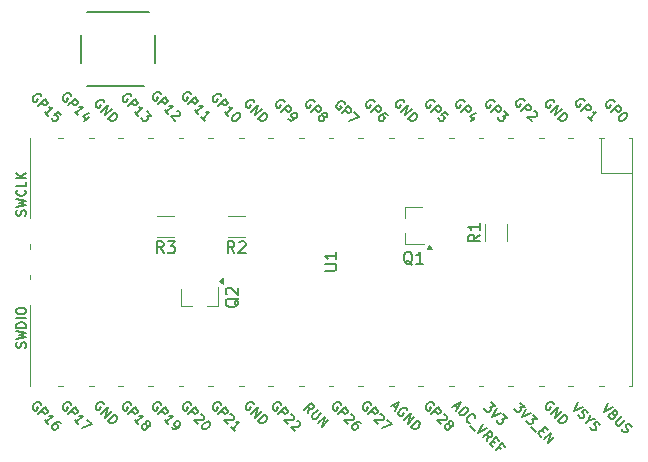
<source format=gbr>
%TF.GenerationSoftware,KiCad,Pcbnew,8.0.4*%
%TF.CreationDate,2025-01-24T17:00:10-06:00*%
%TF.ProjectId,potentiostat control,706f7465-6e74-4696-9f73-74617420636f,0.1*%
%TF.SameCoordinates,Original*%
%TF.FileFunction,Legend,Top*%
%TF.FilePolarity,Positive*%
%FSLAX46Y46*%
G04 Gerber Fmt 4.6, Leading zero omitted, Abs format (unit mm)*
G04 Created by KiCad (PCBNEW 8.0.4) date 2025-01-24 17:00:10*
%MOMM*%
%LPD*%
G01*
G04 APERTURE LIST*
%ADD10C,0.150000*%
%ADD11C,0.120000*%
%ADD12C,0.152400*%
G04 APERTURE END LIST*
D10*
X122187557Y-103095238D02*
X122139938Y-103190476D01*
X122139938Y-103190476D02*
X122044700Y-103285714D01*
X122044700Y-103285714D02*
X121901842Y-103428571D01*
X121901842Y-103428571D02*
X121854223Y-103523809D01*
X121854223Y-103523809D02*
X121854223Y-103619047D01*
X122092319Y-103571428D02*
X122044700Y-103666666D01*
X122044700Y-103666666D02*
X121949461Y-103761904D01*
X121949461Y-103761904D02*
X121758985Y-103809523D01*
X121758985Y-103809523D02*
X121425652Y-103809523D01*
X121425652Y-103809523D02*
X121235176Y-103761904D01*
X121235176Y-103761904D02*
X121139938Y-103666666D01*
X121139938Y-103666666D02*
X121092319Y-103571428D01*
X121092319Y-103571428D02*
X121092319Y-103380952D01*
X121092319Y-103380952D02*
X121139938Y-103285714D01*
X121139938Y-103285714D02*
X121235176Y-103190476D01*
X121235176Y-103190476D02*
X121425652Y-103142857D01*
X121425652Y-103142857D02*
X121758985Y-103142857D01*
X121758985Y-103142857D02*
X121949461Y-103190476D01*
X121949461Y-103190476D02*
X122044700Y-103285714D01*
X122044700Y-103285714D02*
X122092319Y-103380952D01*
X122092319Y-103380952D02*
X122092319Y-103571428D01*
X121187557Y-102761904D02*
X121139938Y-102714285D01*
X121139938Y-102714285D02*
X121092319Y-102619047D01*
X121092319Y-102619047D02*
X121092319Y-102380952D01*
X121092319Y-102380952D02*
X121139938Y-102285714D01*
X121139938Y-102285714D02*
X121187557Y-102238095D01*
X121187557Y-102238095D02*
X121282795Y-102190476D01*
X121282795Y-102190476D02*
X121378033Y-102190476D01*
X121378033Y-102190476D02*
X121520890Y-102238095D01*
X121520890Y-102238095D02*
X122092319Y-102809523D01*
X122092319Y-102809523D02*
X122092319Y-102190476D01*
X129454819Y-100761904D02*
X130264342Y-100761904D01*
X130264342Y-100761904D02*
X130359580Y-100714285D01*
X130359580Y-100714285D02*
X130407200Y-100666666D01*
X130407200Y-100666666D02*
X130454819Y-100571428D01*
X130454819Y-100571428D02*
X130454819Y-100380952D01*
X130454819Y-100380952D02*
X130407200Y-100285714D01*
X130407200Y-100285714D02*
X130359580Y-100238095D01*
X130359580Y-100238095D02*
X130264342Y-100190476D01*
X130264342Y-100190476D02*
X129454819Y-100190476D01*
X130454819Y-99190476D02*
X130454819Y-99761904D01*
X130454819Y-99476190D02*
X129454819Y-99476190D01*
X129454819Y-99476190D02*
X129597676Y-99571428D01*
X129597676Y-99571428D02*
X129692914Y-99666666D01*
X129692914Y-99666666D02*
X129740533Y-99761904D01*
X115639131Y-85843998D02*
X115612194Y-85763185D01*
X115612194Y-85763185D02*
X115531381Y-85682373D01*
X115531381Y-85682373D02*
X115423632Y-85628498D01*
X115423632Y-85628498D02*
X115315882Y-85628498D01*
X115315882Y-85628498D02*
X115235070Y-85655436D01*
X115235070Y-85655436D02*
X115100383Y-85736248D01*
X115100383Y-85736248D02*
X115019571Y-85817060D01*
X115019571Y-85817060D02*
X114938758Y-85951747D01*
X114938758Y-85951747D02*
X114911821Y-86032560D01*
X114911821Y-86032560D02*
X114911821Y-86140309D01*
X114911821Y-86140309D02*
X114965696Y-86248059D01*
X114965696Y-86248059D02*
X115019571Y-86301934D01*
X115019571Y-86301934D02*
X115127320Y-86355808D01*
X115127320Y-86355808D02*
X115181195Y-86355808D01*
X115181195Y-86355808D02*
X115369757Y-86167247D01*
X115369757Y-86167247D02*
X115262007Y-86059497D01*
X115369757Y-86652120D02*
X115935442Y-86086434D01*
X115935442Y-86086434D02*
X116150942Y-86301934D01*
X116150942Y-86301934D02*
X116177879Y-86382746D01*
X116177879Y-86382746D02*
X116177879Y-86436621D01*
X116177879Y-86436621D02*
X116150942Y-86517433D01*
X116150942Y-86517433D02*
X116070129Y-86598245D01*
X116070129Y-86598245D02*
X115989317Y-86625182D01*
X115989317Y-86625182D02*
X115935442Y-86625182D01*
X115935442Y-86625182D02*
X115854630Y-86598245D01*
X115854630Y-86598245D02*
X115639131Y-86382746D01*
X116231754Y-87514117D02*
X115908505Y-87190868D01*
X116070129Y-87352492D02*
X116635815Y-86786807D01*
X116635815Y-86786807D02*
X116501128Y-86813744D01*
X116501128Y-86813744D02*
X116393378Y-86813744D01*
X116393378Y-86813744D02*
X116312566Y-86786807D01*
X116959064Y-87217805D02*
X117012939Y-87217805D01*
X117012939Y-87217805D02*
X117093751Y-87244743D01*
X117093751Y-87244743D02*
X117228438Y-87379430D01*
X117228438Y-87379430D02*
X117255375Y-87460242D01*
X117255375Y-87460242D02*
X117255375Y-87514117D01*
X117255375Y-87514117D02*
X117228438Y-87594929D01*
X117228438Y-87594929D02*
X117174563Y-87648804D01*
X117174563Y-87648804D02*
X117066813Y-87702679D01*
X117066813Y-87702679D02*
X116420316Y-87702679D01*
X116420316Y-87702679D02*
X116770502Y-88052865D01*
X148901568Y-112086435D02*
X148874631Y-112005623D01*
X148874631Y-112005623D02*
X148793819Y-111924811D01*
X148793819Y-111924811D02*
X148686069Y-111870936D01*
X148686069Y-111870936D02*
X148578319Y-111870936D01*
X148578319Y-111870936D02*
X148497507Y-111897873D01*
X148497507Y-111897873D02*
X148362820Y-111978685D01*
X148362820Y-111978685D02*
X148282008Y-112059498D01*
X148282008Y-112059498D02*
X148201196Y-112194185D01*
X148201196Y-112194185D02*
X148174258Y-112274997D01*
X148174258Y-112274997D02*
X148174258Y-112382746D01*
X148174258Y-112382746D02*
X148228133Y-112490496D01*
X148228133Y-112490496D02*
X148282008Y-112544371D01*
X148282008Y-112544371D02*
X148389758Y-112598246D01*
X148389758Y-112598246D02*
X148443632Y-112598246D01*
X148443632Y-112598246D02*
X148632194Y-112409684D01*
X148632194Y-112409684D02*
X148524445Y-112301934D01*
X148632194Y-112894557D02*
X149197880Y-112328872D01*
X149197880Y-112328872D02*
X148955443Y-113217806D01*
X148955443Y-113217806D02*
X149521128Y-112652120D01*
X149224817Y-113487180D02*
X149790502Y-112921494D01*
X149790502Y-112921494D02*
X149925189Y-113056181D01*
X149925189Y-113056181D02*
X149979064Y-113163931D01*
X149979064Y-113163931D02*
X149979064Y-113271680D01*
X149979064Y-113271680D02*
X149952127Y-113352493D01*
X149952127Y-113352493D02*
X149871314Y-113487180D01*
X149871314Y-113487180D02*
X149790502Y-113567992D01*
X149790502Y-113567992D02*
X149655815Y-113648804D01*
X149655815Y-113648804D02*
X149575003Y-113675741D01*
X149575003Y-113675741D02*
X149467253Y-113675741D01*
X149467253Y-113675741D02*
X149359504Y-113621867D01*
X149359504Y-113621867D02*
X149224817Y-113487180D01*
X115639131Y-112097998D02*
X115612194Y-112017185D01*
X115612194Y-112017185D02*
X115531381Y-111936373D01*
X115531381Y-111936373D02*
X115423632Y-111882498D01*
X115423632Y-111882498D02*
X115315882Y-111882498D01*
X115315882Y-111882498D02*
X115235070Y-111909436D01*
X115235070Y-111909436D02*
X115100383Y-111990248D01*
X115100383Y-111990248D02*
X115019571Y-112071060D01*
X115019571Y-112071060D02*
X114938758Y-112205747D01*
X114938758Y-112205747D02*
X114911821Y-112286560D01*
X114911821Y-112286560D02*
X114911821Y-112394309D01*
X114911821Y-112394309D02*
X114965696Y-112502059D01*
X114965696Y-112502059D02*
X115019571Y-112555934D01*
X115019571Y-112555934D02*
X115127320Y-112609808D01*
X115127320Y-112609808D02*
X115181195Y-112609808D01*
X115181195Y-112609808D02*
X115369757Y-112421247D01*
X115369757Y-112421247D02*
X115262007Y-112313497D01*
X115369757Y-112906120D02*
X115935442Y-112340434D01*
X115935442Y-112340434D02*
X116150942Y-112555934D01*
X116150942Y-112555934D02*
X116177879Y-112636746D01*
X116177879Y-112636746D02*
X116177879Y-112690621D01*
X116177879Y-112690621D02*
X116150942Y-112771433D01*
X116150942Y-112771433D02*
X116070129Y-112852245D01*
X116070129Y-112852245D02*
X115989317Y-112879182D01*
X115989317Y-112879182D02*
X115935442Y-112879182D01*
X115935442Y-112879182D02*
X115854630Y-112852245D01*
X115854630Y-112852245D02*
X115639131Y-112636746D01*
X116231754Y-113768117D02*
X115908505Y-113444868D01*
X116070129Y-113606492D02*
X116635815Y-113040807D01*
X116635815Y-113040807D02*
X116501128Y-113067744D01*
X116501128Y-113067744D02*
X116393378Y-113067744D01*
X116393378Y-113067744D02*
X116312566Y-113040807D01*
X116501128Y-114037491D02*
X116608878Y-114145240D01*
X116608878Y-114145240D02*
X116689690Y-114172178D01*
X116689690Y-114172178D02*
X116743565Y-114172178D01*
X116743565Y-114172178D02*
X116878252Y-114145240D01*
X116878252Y-114145240D02*
X117012939Y-114064428D01*
X117012939Y-114064428D02*
X117228438Y-113848929D01*
X117228438Y-113848929D02*
X117255375Y-113768117D01*
X117255375Y-113768117D02*
X117255375Y-113714242D01*
X117255375Y-113714242D02*
X117228438Y-113633430D01*
X117228438Y-113633430D02*
X117120688Y-113525680D01*
X117120688Y-113525680D02*
X117039876Y-113498743D01*
X117039876Y-113498743D02*
X116986001Y-113498743D01*
X116986001Y-113498743D02*
X116905189Y-113525680D01*
X116905189Y-113525680D02*
X116770502Y-113660367D01*
X116770502Y-113660367D02*
X116743565Y-113741179D01*
X116743565Y-113741179D02*
X116743565Y-113795054D01*
X116743565Y-113795054D02*
X116770502Y-113875866D01*
X116770502Y-113875866D02*
X116878252Y-113983616D01*
X116878252Y-113983616D02*
X116959064Y-114010553D01*
X116959064Y-114010553D02*
X117012939Y-114010553D01*
X117012939Y-114010553D02*
X117093751Y-113983616D01*
X120719131Y-85989998D02*
X120692194Y-85909185D01*
X120692194Y-85909185D02*
X120611381Y-85828373D01*
X120611381Y-85828373D02*
X120503632Y-85774498D01*
X120503632Y-85774498D02*
X120395882Y-85774498D01*
X120395882Y-85774498D02*
X120315070Y-85801436D01*
X120315070Y-85801436D02*
X120180383Y-85882248D01*
X120180383Y-85882248D02*
X120099571Y-85963060D01*
X120099571Y-85963060D02*
X120018758Y-86097747D01*
X120018758Y-86097747D02*
X119991821Y-86178560D01*
X119991821Y-86178560D02*
X119991821Y-86286309D01*
X119991821Y-86286309D02*
X120045696Y-86394059D01*
X120045696Y-86394059D02*
X120099571Y-86447934D01*
X120099571Y-86447934D02*
X120207320Y-86501808D01*
X120207320Y-86501808D02*
X120261195Y-86501808D01*
X120261195Y-86501808D02*
X120449757Y-86313247D01*
X120449757Y-86313247D02*
X120342007Y-86205497D01*
X120449757Y-86798120D02*
X121015442Y-86232434D01*
X121015442Y-86232434D02*
X121230942Y-86447934D01*
X121230942Y-86447934D02*
X121257879Y-86528746D01*
X121257879Y-86528746D02*
X121257879Y-86582621D01*
X121257879Y-86582621D02*
X121230942Y-86663433D01*
X121230942Y-86663433D02*
X121150129Y-86744245D01*
X121150129Y-86744245D02*
X121069317Y-86771182D01*
X121069317Y-86771182D02*
X121015442Y-86771182D01*
X121015442Y-86771182D02*
X120934630Y-86744245D01*
X120934630Y-86744245D02*
X120719131Y-86528746D01*
X121311754Y-87660117D02*
X120988505Y-87336868D01*
X121150129Y-87498492D02*
X121715815Y-86932807D01*
X121715815Y-86932807D02*
X121581128Y-86959744D01*
X121581128Y-86959744D02*
X121473378Y-86959744D01*
X121473378Y-86959744D02*
X121392566Y-86932807D01*
X122227626Y-87444618D02*
X122281500Y-87498492D01*
X122281500Y-87498492D02*
X122308438Y-87579305D01*
X122308438Y-87579305D02*
X122308438Y-87633179D01*
X122308438Y-87633179D02*
X122281500Y-87713992D01*
X122281500Y-87713992D02*
X122200688Y-87848679D01*
X122200688Y-87848679D02*
X122066001Y-87983366D01*
X122066001Y-87983366D02*
X121931314Y-88064178D01*
X121931314Y-88064178D02*
X121850502Y-88091115D01*
X121850502Y-88091115D02*
X121796627Y-88091115D01*
X121796627Y-88091115D02*
X121715815Y-88064178D01*
X121715815Y-88064178D02*
X121661940Y-88010303D01*
X121661940Y-88010303D02*
X121635003Y-87929491D01*
X121635003Y-87929491D02*
X121635003Y-87875616D01*
X121635003Y-87875616D02*
X121661940Y-87794804D01*
X121661940Y-87794804D02*
X121742752Y-87660117D01*
X121742752Y-87660117D02*
X121877439Y-87525430D01*
X121877439Y-87525430D02*
X122012126Y-87444618D01*
X122012126Y-87444618D02*
X122092939Y-87417680D01*
X122092939Y-87417680D02*
X122146813Y-87417680D01*
X122146813Y-87417680D02*
X122227626Y-87444618D01*
X108019131Y-85943998D02*
X107992194Y-85863185D01*
X107992194Y-85863185D02*
X107911381Y-85782373D01*
X107911381Y-85782373D02*
X107803632Y-85728498D01*
X107803632Y-85728498D02*
X107695882Y-85728498D01*
X107695882Y-85728498D02*
X107615070Y-85755436D01*
X107615070Y-85755436D02*
X107480383Y-85836248D01*
X107480383Y-85836248D02*
X107399571Y-85917060D01*
X107399571Y-85917060D02*
X107318758Y-86051747D01*
X107318758Y-86051747D02*
X107291821Y-86132560D01*
X107291821Y-86132560D02*
X107291821Y-86240309D01*
X107291821Y-86240309D02*
X107345696Y-86348059D01*
X107345696Y-86348059D02*
X107399571Y-86401934D01*
X107399571Y-86401934D02*
X107507320Y-86455808D01*
X107507320Y-86455808D02*
X107561195Y-86455808D01*
X107561195Y-86455808D02*
X107749757Y-86267247D01*
X107749757Y-86267247D02*
X107642007Y-86159497D01*
X107749757Y-86752120D02*
X108315442Y-86186434D01*
X108315442Y-86186434D02*
X108530942Y-86401934D01*
X108530942Y-86401934D02*
X108557879Y-86482746D01*
X108557879Y-86482746D02*
X108557879Y-86536621D01*
X108557879Y-86536621D02*
X108530942Y-86617433D01*
X108530942Y-86617433D02*
X108450129Y-86698245D01*
X108450129Y-86698245D02*
X108369317Y-86725182D01*
X108369317Y-86725182D02*
X108315442Y-86725182D01*
X108315442Y-86725182D02*
X108234630Y-86698245D01*
X108234630Y-86698245D02*
X108019131Y-86482746D01*
X108611754Y-87614117D02*
X108288505Y-87290868D01*
X108450129Y-87452492D02*
X109015815Y-86886807D01*
X109015815Y-86886807D02*
X108881128Y-86913744D01*
X108881128Y-86913744D02*
X108773378Y-86913744D01*
X108773378Y-86913744D02*
X108692566Y-86886807D01*
X109473751Y-87721866D02*
X109096627Y-88098990D01*
X109554563Y-87371680D02*
X109015815Y-87641054D01*
X109015815Y-87641054D02*
X109366001Y-87991240D01*
X125799131Y-112097998D02*
X125772194Y-112017185D01*
X125772194Y-112017185D02*
X125691381Y-111936373D01*
X125691381Y-111936373D02*
X125583632Y-111882498D01*
X125583632Y-111882498D02*
X125475882Y-111882498D01*
X125475882Y-111882498D02*
X125395070Y-111909436D01*
X125395070Y-111909436D02*
X125260383Y-111990248D01*
X125260383Y-111990248D02*
X125179571Y-112071060D01*
X125179571Y-112071060D02*
X125098758Y-112205747D01*
X125098758Y-112205747D02*
X125071821Y-112286560D01*
X125071821Y-112286560D02*
X125071821Y-112394309D01*
X125071821Y-112394309D02*
X125125696Y-112502059D01*
X125125696Y-112502059D02*
X125179571Y-112555934D01*
X125179571Y-112555934D02*
X125287320Y-112609808D01*
X125287320Y-112609808D02*
X125341195Y-112609808D01*
X125341195Y-112609808D02*
X125529757Y-112421247D01*
X125529757Y-112421247D02*
X125422007Y-112313497D01*
X125529757Y-112906120D02*
X126095442Y-112340434D01*
X126095442Y-112340434D02*
X126310942Y-112555934D01*
X126310942Y-112555934D02*
X126337879Y-112636746D01*
X126337879Y-112636746D02*
X126337879Y-112690621D01*
X126337879Y-112690621D02*
X126310942Y-112771433D01*
X126310942Y-112771433D02*
X126230129Y-112852245D01*
X126230129Y-112852245D02*
X126149317Y-112879182D01*
X126149317Y-112879182D02*
X126095442Y-112879182D01*
X126095442Y-112879182D02*
X126014630Y-112852245D01*
X126014630Y-112852245D02*
X125799131Y-112636746D01*
X126580316Y-112933057D02*
X126634190Y-112933057D01*
X126634190Y-112933057D02*
X126715003Y-112959995D01*
X126715003Y-112959995D02*
X126849690Y-113094682D01*
X126849690Y-113094682D02*
X126876627Y-113175494D01*
X126876627Y-113175494D02*
X126876627Y-113229369D01*
X126876627Y-113229369D02*
X126849690Y-113310181D01*
X126849690Y-113310181D02*
X126795815Y-113364056D01*
X126795815Y-113364056D02*
X126688065Y-113417930D01*
X126688065Y-113417930D02*
X126041568Y-113417930D01*
X126041568Y-113417930D02*
X126391754Y-113768117D01*
X127119064Y-113471805D02*
X127172939Y-113471805D01*
X127172939Y-113471805D02*
X127253751Y-113498743D01*
X127253751Y-113498743D02*
X127388438Y-113633430D01*
X127388438Y-113633430D02*
X127415375Y-113714242D01*
X127415375Y-113714242D02*
X127415375Y-113768117D01*
X127415375Y-113768117D02*
X127388438Y-113848929D01*
X127388438Y-113848929D02*
X127334563Y-113902804D01*
X127334563Y-113902804D02*
X127226813Y-113956679D01*
X127226813Y-113956679D02*
X126580316Y-113956679D01*
X126580316Y-113956679D02*
X126930502Y-114306865D01*
X123501568Y-112086435D02*
X123474631Y-112005623D01*
X123474631Y-112005623D02*
X123393819Y-111924811D01*
X123393819Y-111924811D02*
X123286069Y-111870936D01*
X123286069Y-111870936D02*
X123178319Y-111870936D01*
X123178319Y-111870936D02*
X123097507Y-111897873D01*
X123097507Y-111897873D02*
X122962820Y-111978685D01*
X122962820Y-111978685D02*
X122882008Y-112059498D01*
X122882008Y-112059498D02*
X122801196Y-112194185D01*
X122801196Y-112194185D02*
X122774258Y-112274997D01*
X122774258Y-112274997D02*
X122774258Y-112382746D01*
X122774258Y-112382746D02*
X122828133Y-112490496D01*
X122828133Y-112490496D02*
X122882008Y-112544371D01*
X122882008Y-112544371D02*
X122989758Y-112598246D01*
X122989758Y-112598246D02*
X123043632Y-112598246D01*
X123043632Y-112598246D02*
X123232194Y-112409684D01*
X123232194Y-112409684D02*
X123124445Y-112301934D01*
X123232194Y-112894557D02*
X123797880Y-112328872D01*
X123797880Y-112328872D02*
X123555443Y-113217806D01*
X123555443Y-113217806D02*
X124121128Y-112652120D01*
X123824817Y-113487180D02*
X124390502Y-112921494D01*
X124390502Y-112921494D02*
X124525189Y-113056181D01*
X124525189Y-113056181D02*
X124579064Y-113163931D01*
X124579064Y-113163931D02*
X124579064Y-113271680D01*
X124579064Y-113271680D02*
X124552127Y-113352493D01*
X124552127Y-113352493D02*
X124471314Y-113487180D01*
X124471314Y-113487180D02*
X124390502Y-113567992D01*
X124390502Y-113567992D02*
X124255815Y-113648804D01*
X124255815Y-113648804D02*
X124175003Y-113675741D01*
X124175003Y-113675741D02*
X124067253Y-113675741D01*
X124067253Y-113675741D02*
X123959504Y-113621867D01*
X123959504Y-113621867D02*
X123824817Y-113487180D01*
X151478505Y-86413372D02*
X151451568Y-86332560D01*
X151451568Y-86332560D02*
X151370756Y-86251748D01*
X151370756Y-86251748D02*
X151263006Y-86197873D01*
X151263006Y-86197873D02*
X151155257Y-86197873D01*
X151155257Y-86197873D02*
X151074444Y-86224810D01*
X151074444Y-86224810D02*
X150939757Y-86305623D01*
X150939757Y-86305623D02*
X150858945Y-86386435D01*
X150858945Y-86386435D02*
X150778133Y-86521122D01*
X150778133Y-86521122D02*
X150751196Y-86601934D01*
X150751196Y-86601934D02*
X150751196Y-86709684D01*
X150751196Y-86709684D02*
X150805070Y-86817433D01*
X150805070Y-86817433D02*
X150858945Y-86871308D01*
X150858945Y-86871308D02*
X150966695Y-86925183D01*
X150966695Y-86925183D02*
X151020570Y-86925183D01*
X151020570Y-86925183D02*
X151209131Y-86736621D01*
X151209131Y-86736621D02*
X151101382Y-86628871D01*
X151209131Y-87221494D02*
X151774817Y-86655809D01*
X151774817Y-86655809D02*
X151990316Y-86871308D01*
X151990316Y-86871308D02*
X152017253Y-86952120D01*
X152017253Y-86952120D02*
X152017253Y-87005995D01*
X152017253Y-87005995D02*
X151990316Y-87086807D01*
X151990316Y-87086807D02*
X151909504Y-87167619D01*
X151909504Y-87167619D02*
X151828692Y-87194557D01*
X151828692Y-87194557D02*
X151774817Y-87194557D01*
X151774817Y-87194557D02*
X151694005Y-87167619D01*
X151694005Y-87167619D02*
X151478505Y-86952120D01*
X152071128Y-88083491D02*
X151747879Y-87760242D01*
X151909504Y-87921867D02*
X152475189Y-87356181D01*
X152475189Y-87356181D02*
X152340502Y-87383119D01*
X152340502Y-87383119D02*
X152232753Y-87383119D01*
X152232753Y-87383119D02*
X152151940Y-87356181D01*
X153472414Y-111953406D02*
X153095290Y-112707653D01*
X153095290Y-112707653D02*
X153849537Y-112330529D01*
X153957287Y-112977027D02*
X154011161Y-113084776D01*
X154011161Y-113084776D02*
X154011161Y-113138651D01*
X154011161Y-113138651D02*
X153984224Y-113219463D01*
X153984224Y-113219463D02*
X153903412Y-113300276D01*
X153903412Y-113300276D02*
X153822600Y-113327213D01*
X153822600Y-113327213D02*
X153768725Y-113327213D01*
X153768725Y-113327213D02*
X153687913Y-113300276D01*
X153687913Y-113300276D02*
X153472413Y-113084776D01*
X153472413Y-113084776D02*
X154038099Y-112519091D01*
X154038099Y-112519091D02*
X154226661Y-112707653D01*
X154226661Y-112707653D02*
X154253598Y-112788465D01*
X154253598Y-112788465D02*
X154253598Y-112842340D01*
X154253598Y-112842340D02*
X154226661Y-112923152D01*
X154226661Y-112923152D02*
X154172786Y-112977027D01*
X154172786Y-112977027D02*
X154091974Y-113003964D01*
X154091974Y-113003964D02*
X154038099Y-113003964D01*
X154038099Y-113003964D02*
X153957287Y-112977027D01*
X153957287Y-112977027D02*
X153768725Y-112788465D01*
X154603784Y-113084776D02*
X154145848Y-113542712D01*
X154145848Y-113542712D02*
X154118911Y-113623524D01*
X154118911Y-113623524D02*
X154118911Y-113677399D01*
X154118911Y-113677399D02*
X154145848Y-113758211D01*
X154145848Y-113758211D02*
X154253598Y-113865961D01*
X154253598Y-113865961D02*
X154334410Y-113892898D01*
X154334410Y-113892898D02*
X154388285Y-113892898D01*
X154388285Y-113892898D02*
X154469097Y-113865961D01*
X154469097Y-113865961D02*
X154927033Y-113408025D01*
X154630722Y-114189210D02*
X154684596Y-114296959D01*
X154684596Y-114296959D02*
X154819283Y-114431646D01*
X154819283Y-114431646D02*
X154900096Y-114458584D01*
X154900096Y-114458584D02*
X154953970Y-114458584D01*
X154953970Y-114458584D02*
X155034783Y-114431646D01*
X155034783Y-114431646D02*
X155088657Y-114377771D01*
X155088657Y-114377771D02*
X155115595Y-114296959D01*
X155115595Y-114296959D02*
X155115595Y-114243084D01*
X155115595Y-114243084D02*
X155088657Y-114162272D01*
X155088657Y-114162272D02*
X155007845Y-114027585D01*
X155007845Y-114027585D02*
X154980908Y-113946773D01*
X154980908Y-113946773D02*
X154980908Y-113892898D01*
X154980908Y-113892898D02*
X155007845Y-113812086D01*
X155007845Y-113812086D02*
X155061720Y-113758211D01*
X155061720Y-113758211D02*
X155142532Y-113731274D01*
X155142532Y-113731274D02*
X155196407Y-113731274D01*
X155196407Y-113731274D02*
X155277219Y-113758211D01*
X155277219Y-113758211D02*
X155411906Y-113892898D01*
X155411906Y-113892898D02*
X155465781Y-114000648D01*
X130879131Y-112097998D02*
X130852194Y-112017185D01*
X130852194Y-112017185D02*
X130771381Y-111936373D01*
X130771381Y-111936373D02*
X130663632Y-111882498D01*
X130663632Y-111882498D02*
X130555882Y-111882498D01*
X130555882Y-111882498D02*
X130475070Y-111909436D01*
X130475070Y-111909436D02*
X130340383Y-111990248D01*
X130340383Y-111990248D02*
X130259571Y-112071060D01*
X130259571Y-112071060D02*
X130178758Y-112205747D01*
X130178758Y-112205747D02*
X130151821Y-112286560D01*
X130151821Y-112286560D02*
X130151821Y-112394309D01*
X130151821Y-112394309D02*
X130205696Y-112502059D01*
X130205696Y-112502059D02*
X130259571Y-112555934D01*
X130259571Y-112555934D02*
X130367320Y-112609808D01*
X130367320Y-112609808D02*
X130421195Y-112609808D01*
X130421195Y-112609808D02*
X130609757Y-112421247D01*
X130609757Y-112421247D02*
X130502007Y-112313497D01*
X130609757Y-112906120D02*
X131175442Y-112340434D01*
X131175442Y-112340434D02*
X131390942Y-112555934D01*
X131390942Y-112555934D02*
X131417879Y-112636746D01*
X131417879Y-112636746D02*
X131417879Y-112690621D01*
X131417879Y-112690621D02*
X131390942Y-112771433D01*
X131390942Y-112771433D02*
X131310129Y-112852245D01*
X131310129Y-112852245D02*
X131229317Y-112879182D01*
X131229317Y-112879182D02*
X131175442Y-112879182D01*
X131175442Y-112879182D02*
X131094630Y-112852245D01*
X131094630Y-112852245D02*
X130879131Y-112636746D01*
X131660316Y-112933057D02*
X131714190Y-112933057D01*
X131714190Y-112933057D02*
X131795003Y-112959995D01*
X131795003Y-112959995D02*
X131929690Y-113094682D01*
X131929690Y-113094682D02*
X131956627Y-113175494D01*
X131956627Y-113175494D02*
X131956627Y-113229369D01*
X131956627Y-113229369D02*
X131929690Y-113310181D01*
X131929690Y-113310181D02*
X131875815Y-113364056D01*
X131875815Y-113364056D02*
X131768065Y-113417930D01*
X131768065Y-113417930D02*
X131121568Y-113417930D01*
X131121568Y-113417930D02*
X131471754Y-113768117D01*
X132522313Y-113687305D02*
X132414563Y-113579555D01*
X132414563Y-113579555D02*
X132333751Y-113552618D01*
X132333751Y-113552618D02*
X132279876Y-113552618D01*
X132279876Y-113552618D02*
X132145189Y-113579555D01*
X132145189Y-113579555D02*
X132010502Y-113660367D01*
X132010502Y-113660367D02*
X131795003Y-113875866D01*
X131795003Y-113875866D02*
X131768065Y-113956679D01*
X131768065Y-113956679D02*
X131768065Y-114010553D01*
X131768065Y-114010553D02*
X131795003Y-114091366D01*
X131795003Y-114091366D02*
X131902752Y-114199115D01*
X131902752Y-114199115D02*
X131983565Y-114226053D01*
X131983565Y-114226053D02*
X132037439Y-114226053D01*
X132037439Y-114226053D02*
X132118252Y-114199115D01*
X132118252Y-114199115D02*
X132252939Y-114064428D01*
X132252939Y-114064428D02*
X132279876Y-113983616D01*
X132279876Y-113983616D02*
X132279876Y-113929741D01*
X132279876Y-113929741D02*
X132252939Y-113848929D01*
X132252939Y-113848929D02*
X132145189Y-113741179D01*
X132145189Y-113741179D02*
X132064377Y-113714242D01*
X132064377Y-113714242D02*
X132010502Y-113714242D01*
X132010502Y-113714242D02*
X131929690Y-113741179D01*
X110801568Y-112086435D02*
X110774631Y-112005623D01*
X110774631Y-112005623D02*
X110693819Y-111924811D01*
X110693819Y-111924811D02*
X110586069Y-111870936D01*
X110586069Y-111870936D02*
X110478319Y-111870936D01*
X110478319Y-111870936D02*
X110397507Y-111897873D01*
X110397507Y-111897873D02*
X110262820Y-111978685D01*
X110262820Y-111978685D02*
X110182008Y-112059498D01*
X110182008Y-112059498D02*
X110101196Y-112194185D01*
X110101196Y-112194185D02*
X110074258Y-112274997D01*
X110074258Y-112274997D02*
X110074258Y-112382746D01*
X110074258Y-112382746D02*
X110128133Y-112490496D01*
X110128133Y-112490496D02*
X110182008Y-112544371D01*
X110182008Y-112544371D02*
X110289758Y-112598246D01*
X110289758Y-112598246D02*
X110343632Y-112598246D01*
X110343632Y-112598246D02*
X110532194Y-112409684D01*
X110532194Y-112409684D02*
X110424445Y-112301934D01*
X110532194Y-112894557D02*
X111097880Y-112328872D01*
X111097880Y-112328872D02*
X110855443Y-113217806D01*
X110855443Y-113217806D02*
X111421128Y-112652120D01*
X111124817Y-113487180D02*
X111690502Y-112921494D01*
X111690502Y-112921494D02*
X111825189Y-113056181D01*
X111825189Y-113056181D02*
X111879064Y-113163931D01*
X111879064Y-113163931D02*
X111879064Y-113271680D01*
X111879064Y-113271680D02*
X111852127Y-113352493D01*
X111852127Y-113352493D02*
X111771314Y-113487180D01*
X111771314Y-113487180D02*
X111690502Y-113567992D01*
X111690502Y-113567992D02*
X111555815Y-113648804D01*
X111555815Y-113648804D02*
X111475003Y-113675741D01*
X111475003Y-113675741D02*
X111367253Y-113675741D01*
X111367253Y-113675741D02*
X111259504Y-113621867D01*
X111259504Y-113621867D02*
X111124817Y-113487180D01*
X140465950Y-112155064D02*
X140735324Y-112424438D01*
X140250450Y-112262813D02*
X141004698Y-111885690D01*
X141004698Y-111885690D02*
X140627574Y-112639937D01*
X140816136Y-112828499D02*
X141381821Y-112262813D01*
X141381821Y-112262813D02*
X141516508Y-112397500D01*
X141516508Y-112397500D02*
X141570383Y-112505250D01*
X141570383Y-112505250D02*
X141570383Y-112612999D01*
X141570383Y-112612999D02*
X141543446Y-112693812D01*
X141543446Y-112693812D02*
X141462633Y-112828499D01*
X141462633Y-112828499D02*
X141381821Y-112909311D01*
X141381821Y-112909311D02*
X141247134Y-112990123D01*
X141247134Y-112990123D02*
X141166322Y-113017060D01*
X141166322Y-113017060D02*
X141058572Y-113017060D01*
X141058572Y-113017060D02*
X140950823Y-112963186D01*
X140950823Y-112963186D02*
X140816136Y-112828499D01*
X141758945Y-113663558D02*
X141705070Y-113663558D01*
X141705070Y-113663558D02*
X141597320Y-113609683D01*
X141597320Y-113609683D02*
X141543446Y-113555808D01*
X141543446Y-113555808D02*
X141489571Y-113448059D01*
X141489571Y-113448059D02*
X141489571Y-113340309D01*
X141489571Y-113340309D02*
X141516508Y-113259497D01*
X141516508Y-113259497D02*
X141597320Y-113124810D01*
X141597320Y-113124810D02*
X141678133Y-113043998D01*
X141678133Y-113043998D02*
X141812820Y-112963186D01*
X141812820Y-112963186D02*
X141893632Y-112936248D01*
X141893632Y-112936248D02*
X142001381Y-112936248D01*
X142001381Y-112936248D02*
X142109131Y-112990123D01*
X142109131Y-112990123D02*
X142163006Y-113043998D01*
X142163006Y-113043998D02*
X142216881Y-113151747D01*
X142216881Y-113151747D02*
X142216881Y-113205622D01*
X141758945Y-113879057D02*
X142189943Y-114310056D01*
X142863378Y-113744370D02*
X142486255Y-114498618D01*
X142486255Y-114498618D02*
X143240502Y-114121494D01*
X143186627Y-115198990D02*
X143267439Y-114741054D01*
X142863378Y-114875741D02*
X143429064Y-114310056D01*
X143429064Y-114310056D02*
X143644563Y-114525555D01*
X143644563Y-114525555D02*
X143671500Y-114606367D01*
X143671500Y-114606367D02*
X143671500Y-114660242D01*
X143671500Y-114660242D02*
X143644563Y-114741054D01*
X143644563Y-114741054D02*
X143563751Y-114821866D01*
X143563751Y-114821866D02*
X143482938Y-114848804D01*
X143482938Y-114848804D02*
X143429064Y-114848804D01*
X143429064Y-114848804D02*
X143348251Y-114821866D01*
X143348251Y-114821866D02*
X143132752Y-114606367D01*
X143725375Y-115145115D02*
X143913937Y-115333677D01*
X143698438Y-115710800D02*
X143429064Y-115441426D01*
X143429064Y-115441426D02*
X143994749Y-114875741D01*
X143994749Y-114875741D02*
X144264123Y-115145115D01*
X144425748Y-115845488D02*
X144237186Y-115656926D01*
X143940874Y-115953237D02*
X144506560Y-115387552D01*
X144506560Y-115387552D02*
X144775934Y-115656926D01*
X133409131Y-112097998D02*
X133382194Y-112017185D01*
X133382194Y-112017185D02*
X133301381Y-111936373D01*
X133301381Y-111936373D02*
X133193632Y-111882498D01*
X133193632Y-111882498D02*
X133085882Y-111882498D01*
X133085882Y-111882498D02*
X133005070Y-111909436D01*
X133005070Y-111909436D02*
X132870383Y-111990248D01*
X132870383Y-111990248D02*
X132789571Y-112071060D01*
X132789571Y-112071060D02*
X132708758Y-112205747D01*
X132708758Y-112205747D02*
X132681821Y-112286560D01*
X132681821Y-112286560D02*
X132681821Y-112394309D01*
X132681821Y-112394309D02*
X132735696Y-112502059D01*
X132735696Y-112502059D02*
X132789571Y-112555934D01*
X132789571Y-112555934D02*
X132897320Y-112609808D01*
X132897320Y-112609808D02*
X132951195Y-112609808D01*
X132951195Y-112609808D02*
X133139757Y-112421247D01*
X133139757Y-112421247D02*
X133032007Y-112313497D01*
X133139757Y-112906120D02*
X133705442Y-112340434D01*
X133705442Y-112340434D02*
X133920942Y-112555934D01*
X133920942Y-112555934D02*
X133947879Y-112636746D01*
X133947879Y-112636746D02*
X133947879Y-112690621D01*
X133947879Y-112690621D02*
X133920942Y-112771433D01*
X133920942Y-112771433D02*
X133840129Y-112852245D01*
X133840129Y-112852245D02*
X133759317Y-112879182D01*
X133759317Y-112879182D02*
X133705442Y-112879182D01*
X133705442Y-112879182D02*
X133624630Y-112852245D01*
X133624630Y-112852245D02*
X133409131Y-112636746D01*
X134190316Y-112933057D02*
X134244190Y-112933057D01*
X134244190Y-112933057D02*
X134325003Y-112959995D01*
X134325003Y-112959995D02*
X134459690Y-113094682D01*
X134459690Y-113094682D02*
X134486627Y-113175494D01*
X134486627Y-113175494D02*
X134486627Y-113229369D01*
X134486627Y-113229369D02*
X134459690Y-113310181D01*
X134459690Y-113310181D02*
X134405815Y-113364056D01*
X134405815Y-113364056D02*
X134298065Y-113417930D01*
X134298065Y-113417930D02*
X133651568Y-113417930D01*
X133651568Y-113417930D02*
X134001754Y-113768117D01*
X134756001Y-113390993D02*
X135133125Y-113768117D01*
X135133125Y-113768117D02*
X134325003Y-114091366D01*
X150929757Y-111920749D02*
X150552633Y-112674996D01*
X150552633Y-112674996D02*
X151306881Y-112297873D01*
X150929757Y-112998245D02*
X150983632Y-113105995D01*
X150983632Y-113105995D02*
X151118319Y-113240682D01*
X151118319Y-113240682D02*
X151199131Y-113267619D01*
X151199131Y-113267619D02*
X151253006Y-113267619D01*
X151253006Y-113267619D02*
X151333818Y-113240682D01*
X151333818Y-113240682D02*
X151387693Y-113186807D01*
X151387693Y-113186807D02*
X151414630Y-113105995D01*
X151414630Y-113105995D02*
X151414630Y-113052120D01*
X151414630Y-113052120D02*
X151387693Y-112971308D01*
X151387693Y-112971308D02*
X151306881Y-112836621D01*
X151306881Y-112836621D02*
X151279943Y-112755808D01*
X151279943Y-112755808D02*
X151279943Y-112701934D01*
X151279943Y-112701934D02*
X151306881Y-112621121D01*
X151306881Y-112621121D02*
X151360755Y-112567247D01*
X151360755Y-112567247D02*
X151441568Y-112540309D01*
X151441568Y-112540309D02*
X151495442Y-112540309D01*
X151495442Y-112540309D02*
X151576255Y-112567247D01*
X151576255Y-112567247D02*
X151710942Y-112701934D01*
X151710942Y-112701934D02*
X151764816Y-112809683D01*
X151845629Y-113429244D02*
X151576255Y-113698618D01*
X151953378Y-112944370D02*
X151845629Y-113429244D01*
X151845629Y-113429244D02*
X152330502Y-113321494D01*
X151953378Y-114021866D02*
X152007253Y-114129616D01*
X152007253Y-114129616D02*
X152141940Y-114264303D01*
X152141940Y-114264303D02*
X152222752Y-114291240D01*
X152222752Y-114291240D02*
X152276627Y-114291240D01*
X152276627Y-114291240D02*
X152357439Y-114264303D01*
X152357439Y-114264303D02*
X152411314Y-114210428D01*
X152411314Y-114210428D02*
X152438251Y-114129616D01*
X152438251Y-114129616D02*
X152438251Y-114075741D01*
X152438251Y-114075741D02*
X152411314Y-113994929D01*
X152411314Y-113994929D02*
X152330502Y-113860242D01*
X152330502Y-113860242D02*
X152303564Y-113779430D01*
X152303564Y-113779430D02*
X152303564Y-113725555D01*
X152303564Y-113725555D02*
X152330502Y-113644743D01*
X152330502Y-113644743D02*
X152384377Y-113590868D01*
X152384377Y-113590868D02*
X152465189Y-113563930D01*
X152465189Y-113563930D02*
X152519064Y-113563930D01*
X152519064Y-113563930D02*
X152599876Y-113590868D01*
X152599876Y-113590868D02*
X152734563Y-113725555D01*
X152734563Y-113725555D02*
X152788438Y-113833304D01*
X105479131Y-85989998D02*
X105452194Y-85909185D01*
X105452194Y-85909185D02*
X105371381Y-85828373D01*
X105371381Y-85828373D02*
X105263632Y-85774498D01*
X105263632Y-85774498D02*
X105155882Y-85774498D01*
X105155882Y-85774498D02*
X105075070Y-85801436D01*
X105075070Y-85801436D02*
X104940383Y-85882248D01*
X104940383Y-85882248D02*
X104859571Y-85963060D01*
X104859571Y-85963060D02*
X104778758Y-86097747D01*
X104778758Y-86097747D02*
X104751821Y-86178560D01*
X104751821Y-86178560D02*
X104751821Y-86286309D01*
X104751821Y-86286309D02*
X104805696Y-86394059D01*
X104805696Y-86394059D02*
X104859571Y-86447934D01*
X104859571Y-86447934D02*
X104967320Y-86501808D01*
X104967320Y-86501808D02*
X105021195Y-86501808D01*
X105021195Y-86501808D02*
X105209757Y-86313247D01*
X105209757Y-86313247D02*
X105102007Y-86205497D01*
X105209757Y-86798120D02*
X105775442Y-86232434D01*
X105775442Y-86232434D02*
X105990942Y-86447934D01*
X105990942Y-86447934D02*
X106017879Y-86528746D01*
X106017879Y-86528746D02*
X106017879Y-86582621D01*
X106017879Y-86582621D02*
X105990942Y-86663433D01*
X105990942Y-86663433D02*
X105910129Y-86744245D01*
X105910129Y-86744245D02*
X105829317Y-86771182D01*
X105829317Y-86771182D02*
X105775442Y-86771182D01*
X105775442Y-86771182D02*
X105694630Y-86744245D01*
X105694630Y-86744245D02*
X105479131Y-86528746D01*
X106071754Y-87660117D02*
X105748505Y-87336868D01*
X105910129Y-87498492D02*
X106475815Y-86932807D01*
X106475815Y-86932807D02*
X106341128Y-86959744D01*
X106341128Y-86959744D02*
X106233378Y-86959744D01*
X106233378Y-86959744D02*
X106152566Y-86932807D01*
X107149250Y-87606242D02*
X106879876Y-87336868D01*
X106879876Y-87336868D02*
X106583565Y-87579305D01*
X106583565Y-87579305D02*
X106637439Y-87579305D01*
X106637439Y-87579305D02*
X106718252Y-87606242D01*
X106718252Y-87606242D02*
X106852939Y-87740929D01*
X106852939Y-87740929D02*
X106879876Y-87821741D01*
X106879876Y-87821741D02*
X106879876Y-87875616D01*
X106879876Y-87875616D02*
X106852939Y-87956428D01*
X106852939Y-87956428D02*
X106718252Y-88091115D01*
X106718252Y-88091115D02*
X106637439Y-88118053D01*
X106637439Y-88118053D02*
X106583565Y-88118053D01*
X106583565Y-88118053D02*
X106502752Y-88091115D01*
X106502752Y-88091115D02*
X106368065Y-87956428D01*
X106368065Y-87956428D02*
X106341128Y-87875616D01*
X106341128Y-87875616D02*
X106341128Y-87821741D01*
X126068505Y-86513372D02*
X126041568Y-86432560D01*
X126041568Y-86432560D02*
X125960756Y-86351748D01*
X125960756Y-86351748D02*
X125853006Y-86297873D01*
X125853006Y-86297873D02*
X125745257Y-86297873D01*
X125745257Y-86297873D02*
X125664444Y-86324810D01*
X125664444Y-86324810D02*
X125529757Y-86405623D01*
X125529757Y-86405623D02*
X125448945Y-86486435D01*
X125448945Y-86486435D02*
X125368133Y-86621122D01*
X125368133Y-86621122D02*
X125341196Y-86701934D01*
X125341196Y-86701934D02*
X125341196Y-86809684D01*
X125341196Y-86809684D02*
X125395070Y-86917433D01*
X125395070Y-86917433D02*
X125448945Y-86971308D01*
X125448945Y-86971308D02*
X125556695Y-87025183D01*
X125556695Y-87025183D02*
X125610570Y-87025183D01*
X125610570Y-87025183D02*
X125799131Y-86836621D01*
X125799131Y-86836621D02*
X125691382Y-86728871D01*
X125799131Y-87321494D02*
X126364817Y-86755809D01*
X126364817Y-86755809D02*
X126580316Y-86971308D01*
X126580316Y-86971308D02*
X126607253Y-87052120D01*
X126607253Y-87052120D02*
X126607253Y-87105995D01*
X126607253Y-87105995D02*
X126580316Y-87186807D01*
X126580316Y-87186807D02*
X126499504Y-87267619D01*
X126499504Y-87267619D02*
X126418692Y-87294557D01*
X126418692Y-87294557D02*
X126364817Y-87294557D01*
X126364817Y-87294557D02*
X126284005Y-87267619D01*
X126284005Y-87267619D02*
X126068505Y-87052120D01*
X126391754Y-87914117D02*
X126499504Y-88021867D01*
X126499504Y-88021867D02*
X126580316Y-88048804D01*
X126580316Y-88048804D02*
X126634191Y-88048804D01*
X126634191Y-88048804D02*
X126768878Y-88021867D01*
X126768878Y-88021867D02*
X126903565Y-87941054D01*
X126903565Y-87941054D02*
X127119064Y-87725555D01*
X127119064Y-87725555D02*
X127146001Y-87644743D01*
X127146001Y-87644743D02*
X127146001Y-87590868D01*
X127146001Y-87590868D02*
X127119064Y-87510056D01*
X127119064Y-87510056D02*
X127011314Y-87402306D01*
X127011314Y-87402306D02*
X126930502Y-87375369D01*
X126930502Y-87375369D02*
X126876627Y-87375369D01*
X126876627Y-87375369D02*
X126795815Y-87402306D01*
X126795815Y-87402306D02*
X126661128Y-87536993D01*
X126661128Y-87536993D02*
X126634191Y-87617806D01*
X126634191Y-87617806D02*
X126634191Y-87671680D01*
X126634191Y-87671680D02*
X126661128Y-87752493D01*
X126661128Y-87752493D02*
X126768878Y-87860242D01*
X126768878Y-87860242D02*
X126849690Y-87887180D01*
X126849690Y-87887180D02*
X126903565Y-87887180D01*
X126903565Y-87887180D02*
X126984377Y-87860242D01*
X128608505Y-86513372D02*
X128581568Y-86432560D01*
X128581568Y-86432560D02*
X128500756Y-86351748D01*
X128500756Y-86351748D02*
X128393006Y-86297873D01*
X128393006Y-86297873D02*
X128285257Y-86297873D01*
X128285257Y-86297873D02*
X128204444Y-86324810D01*
X128204444Y-86324810D02*
X128069757Y-86405623D01*
X128069757Y-86405623D02*
X127988945Y-86486435D01*
X127988945Y-86486435D02*
X127908133Y-86621122D01*
X127908133Y-86621122D02*
X127881196Y-86701934D01*
X127881196Y-86701934D02*
X127881196Y-86809684D01*
X127881196Y-86809684D02*
X127935070Y-86917433D01*
X127935070Y-86917433D02*
X127988945Y-86971308D01*
X127988945Y-86971308D02*
X128096695Y-87025183D01*
X128096695Y-87025183D02*
X128150570Y-87025183D01*
X128150570Y-87025183D02*
X128339131Y-86836621D01*
X128339131Y-86836621D02*
X128231382Y-86728871D01*
X128339131Y-87321494D02*
X128904817Y-86755809D01*
X128904817Y-86755809D02*
X129120316Y-86971308D01*
X129120316Y-86971308D02*
X129147253Y-87052120D01*
X129147253Y-87052120D02*
X129147253Y-87105995D01*
X129147253Y-87105995D02*
X129120316Y-87186807D01*
X129120316Y-87186807D02*
X129039504Y-87267619D01*
X129039504Y-87267619D02*
X128958692Y-87294557D01*
X128958692Y-87294557D02*
X128904817Y-87294557D01*
X128904817Y-87294557D02*
X128824005Y-87267619D01*
X128824005Y-87267619D02*
X128608505Y-87052120D01*
X129308878Y-87644743D02*
X129281940Y-87563931D01*
X129281940Y-87563931D02*
X129281940Y-87510056D01*
X129281940Y-87510056D02*
X129308878Y-87429244D01*
X129308878Y-87429244D02*
X129335815Y-87402306D01*
X129335815Y-87402306D02*
X129416627Y-87375369D01*
X129416627Y-87375369D02*
X129470502Y-87375369D01*
X129470502Y-87375369D02*
X129551314Y-87402306D01*
X129551314Y-87402306D02*
X129659064Y-87510056D01*
X129659064Y-87510056D02*
X129686001Y-87590868D01*
X129686001Y-87590868D02*
X129686001Y-87644743D01*
X129686001Y-87644743D02*
X129659064Y-87725555D01*
X129659064Y-87725555D02*
X129632127Y-87752493D01*
X129632127Y-87752493D02*
X129551314Y-87779430D01*
X129551314Y-87779430D02*
X129497440Y-87779430D01*
X129497440Y-87779430D02*
X129416627Y-87752493D01*
X129416627Y-87752493D02*
X129308878Y-87644743D01*
X129308878Y-87644743D02*
X129228066Y-87617806D01*
X129228066Y-87617806D02*
X129174191Y-87617806D01*
X129174191Y-87617806D02*
X129093379Y-87644743D01*
X129093379Y-87644743D02*
X128985629Y-87752493D01*
X128985629Y-87752493D02*
X128958692Y-87833305D01*
X128958692Y-87833305D02*
X128958692Y-87887180D01*
X128958692Y-87887180D02*
X128985629Y-87967992D01*
X128985629Y-87967992D02*
X129093379Y-88075741D01*
X129093379Y-88075741D02*
X129174191Y-88102679D01*
X129174191Y-88102679D02*
X129228066Y-88102679D01*
X129228066Y-88102679D02*
X129308878Y-88075741D01*
X129308878Y-88075741D02*
X129416627Y-87967992D01*
X129416627Y-87967992D02*
X129443565Y-87887180D01*
X129443565Y-87887180D02*
X129443565Y-87833305D01*
X129443565Y-87833305D02*
X129416627Y-87752493D01*
X148901568Y-86486435D02*
X148874631Y-86405623D01*
X148874631Y-86405623D02*
X148793819Y-86324811D01*
X148793819Y-86324811D02*
X148686069Y-86270936D01*
X148686069Y-86270936D02*
X148578319Y-86270936D01*
X148578319Y-86270936D02*
X148497507Y-86297873D01*
X148497507Y-86297873D02*
X148362820Y-86378685D01*
X148362820Y-86378685D02*
X148282008Y-86459498D01*
X148282008Y-86459498D02*
X148201196Y-86594185D01*
X148201196Y-86594185D02*
X148174258Y-86674997D01*
X148174258Y-86674997D02*
X148174258Y-86782746D01*
X148174258Y-86782746D02*
X148228133Y-86890496D01*
X148228133Y-86890496D02*
X148282008Y-86944371D01*
X148282008Y-86944371D02*
X148389758Y-86998246D01*
X148389758Y-86998246D02*
X148443632Y-86998246D01*
X148443632Y-86998246D02*
X148632194Y-86809684D01*
X148632194Y-86809684D02*
X148524445Y-86701934D01*
X148632194Y-87294557D02*
X149197880Y-86728872D01*
X149197880Y-86728872D02*
X148955443Y-87617806D01*
X148955443Y-87617806D02*
X149521128Y-87052120D01*
X149224817Y-87887180D02*
X149790502Y-87321494D01*
X149790502Y-87321494D02*
X149925189Y-87456181D01*
X149925189Y-87456181D02*
X149979064Y-87563931D01*
X149979064Y-87563931D02*
X149979064Y-87671680D01*
X149979064Y-87671680D02*
X149952127Y-87752493D01*
X149952127Y-87752493D02*
X149871314Y-87887180D01*
X149871314Y-87887180D02*
X149790502Y-87967992D01*
X149790502Y-87967992D02*
X149655815Y-88048804D01*
X149655815Y-88048804D02*
X149575003Y-88075741D01*
X149575003Y-88075741D02*
X149467253Y-88075741D01*
X149467253Y-88075741D02*
X149359504Y-88021867D01*
X149359504Y-88021867D02*
X149224817Y-87887180D01*
X138768505Y-86513372D02*
X138741568Y-86432560D01*
X138741568Y-86432560D02*
X138660756Y-86351748D01*
X138660756Y-86351748D02*
X138553006Y-86297873D01*
X138553006Y-86297873D02*
X138445257Y-86297873D01*
X138445257Y-86297873D02*
X138364444Y-86324810D01*
X138364444Y-86324810D02*
X138229757Y-86405623D01*
X138229757Y-86405623D02*
X138148945Y-86486435D01*
X138148945Y-86486435D02*
X138068133Y-86621122D01*
X138068133Y-86621122D02*
X138041196Y-86701934D01*
X138041196Y-86701934D02*
X138041196Y-86809684D01*
X138041196Y-86809684D02*
X138095070Y-86917433D01*
X138095070Y-86917433D02*
X138148945Y-86971308D01*
X138148945Y-86971308D02*
X138256695Y-87025183D01*
X138256695Y-87025183D02*
X138310570Y-87025183D01*
X138310570Y-87025183D02*
X138499131Y-86836621D01*
X138499131Y-86836621D02*
X138391382Y-86728871D01*
X138499131Y-87321494D02*
X139064817Y-86755809D01*
X139064817Y-86755809D02*
X139280316Y-86971308D01*
X139280316Y-86971308D02*
X139307253Y-87052120D01*
X139307253Y-87052120D02*
X139307253Y-87105995D01*
X139307253Y-87105995D02*
X139280316Y-87186807D01*
X139280316Y-87186807D02*
X139199504Y-87267619D01*
X139199504Y-87267619D02*
X139118692Y-87294557D01*
X139118692Y-87294557D02*
X139064817Y-87294557D01*
X139064817Y-87294557D02*
X138984005Y-87267619D01*
X138984005Y-87267619D02*
X138768505Y-87052120D01*
X139899876Y-87590868D02*
X139630502Y-87321494D01*
X139630502Y-87321494D02*
X139334191Y-87563931D01*
X139334191Y-87563931D02*
X139388066Y-87563931D01*
X139388066Y-87563931D02*
X139468878Y-87590868D01*
X139468878Y-87590868D02*
X139603565Y-87725555D01*
X139603565Y-87725555D02*
X139630502Y-87806367D01*
X139630502Y-87806367D02*
X139630502Y-87860242D01*
X139630502Y-87860242D02*
X139603565Y-87941054D01*
X139603565Y-87941054D02*
X139468878Y-88075741D01*
X139468878Y-88075741D02*
X139388066Y-88102679D01*
X139388066Y-88102679D02*
X139334191Y-88102679D01*
X139334191Y-88102679D02*
X139253379Y-88075741D01*
X139253379Y-88075741D02*
X139118692Y-87941054D01*
X139118692Y-87941054D02*
X139091754Y-87860242D01*
X139091754Y-87860242D02*
X139091754Y-87806367D01*
X143848505Y-86513372D02*
X143821568Y-86432560D01*
X143821568Y-86432560D02*
X143740756Y-86351748D01*
X143740756Y-86351748D02*
X143633006Y-86297873D01*
X143633006Y-86297873D02*
X143525257Y-86297873D01*
X143525257Y-86297873D02*
X143444444Y-86324810D01*
X143444444Y-86324810D02*
X143309757Y-86405623D01*
X143309757Y-86405623D02*
X143228945Y-86486435D01*
X143228945Y-86486435D02*
X143148133Y-86621122D01*
X143148133Y-86621122D02*
X143121196Y-86701934D01*
X143121196Y-86701934D02*
X143121196Y-86809684D01*
X143121196Y-86809684D02*
X143175070Y-86917433D01*
X143175070Y-86917433D02*
X143228945Y-86971308D01*
X143228945Y-86971308D02*
X143336695Y-87025183D01*
X143336695Y-87025183D02*
X143390570Y-87025183D01*
X143390570Y-87025183D02*
X143579131Y-86836621D01*
X143579131Y-86836621D02*
X143471382Y-86728871D01*
X143579131Y-87321494D02*
X144144817Y-86755809D01*
X144144817Y-86755809D02*
X144360316Y-86971308D01*
X144360316Y-86971308D02*
X144387253Y-87052120D01*
X144387253Y-87052120D02*
X144387253Y-87105995D01*
X144387253Y-87105995D02*
X144360316Y-87186807D01*
X144360316Y-87186807D02*
X144279504Y-87267619D01*
X144279504Y-87267619D02*
X144198692Y-87294557D01*
X144198692Y-87294557D02*
X144144817Y-87294557D01*
X144144817Y-87294557D02*
X144064005Y-87267619D01*
X144064005Y-87267619D02*
X143848505Y-87052120D01*
X144656627Y-87267619D02*
X145006814Y-87617806D01*
X145006814Y-87617806D02*
X144602753Y-87644743D01*
X144602753Y-87644743D02*
X144683565Y-87725555D01*
X144683565Y-87725555D02*
X144710502Y-87806367D01*
X144710502Y-87806367D02*
X144710502Y-87860242D01*
X144710502Y-87860242D02*
X144683565Y-87941054D01*
X144683565Y-87941054D02*
X144548878Y-88075741D01*
X144548878Y-88075741D02*
X144468066Y-88102679D01*
X144468066Y-88102679D02*
X144414191Y-88102679D01*
X144414191Y-88102679D02*
X144333379Y-88075741D01*
X144333379Y-88075741D02*
X144171754Y-87914117D01*
X144171754Y-87914117D02*
X144144817Y-87833305D01*
X144144817Y-87833305D02*
X144144817Y-87779430D01*
X146388505Y-86413372D02*
X146361568Y-86332560D01*
X146361568Y-86332560D02*
X146280756Y-86251748D01*
X146280756Y-86251748D02*
X146173006Y-86197873D01*
X146173006Y-86197873D02*
X146065257Y-86197873D01*
X146065257Y-86197873D02*
X145984444Y-86224810D01*
X145984444Y-86224810D02*
X145849757Y-86305623D01*
X145849757Y-86305623D02*
X145768945Y-86386435D01*
X145768945Y-86386435D02*
X145688133Y-86521122D01*
X145688133Y-86521122D02*
X145661196Y-86601934D01*
X145661196Y-86601934D02*
X145661196Y-86709684D01*
X145661196Y-86709684D02*
X145715070Y-86817433D01*
X145715070Y-86817433D02*
X145768945Y-86871308D01*
X145768945Y-86871308D02*
X145876695Y-86925183D01*
X145876695Y-86925183D02*
X145930570Y-86925183D01*
X145930570Y-86925183D02*
X146119131Y-86736621D01*
X146119131Y-86736621D02*
X146011382Y-86628871D01*
X146119131Y-87221494D02*
X146684817Y-86655809D01*
X146684817Y-86655809D02*
X146900316Y-86871308D01*
X146900316Y-86871308D02*
X146927253Y-86952120D01*
X146927253Y-86952120D02*
X146927253Y-87005995D01*
X146927253Y-87005995D02*
X146900316Y-87086807D01*
X146900316Y-87086807D02*
X146819504Y-87167619D01*
X146819504Y-87167619D02*
X146738692Y-87194557D01*
X146738692Y-87194557D02*
X146684817Y-87194557D01*
X146684817Y-87194557D02*
X146604005Y-87167619D01*
X146604005Y-87167619D02*
X146388505Y-86952120D01*
X147169690Y-87248432D02*
X147223565Y-87248432D01*
X147223565Y-87248432D02*
X147304377Y-87275369D01*
X147304377Y-87275369D02*
X147439064Y-87410056D01*
X147439064Y-87410056D02*
X147466001Y-87490868D01*
X147466001Y-87490868D02*
X147466001Y-87544743D01*
X147466001Y-87544743D02*
X147439064Y-87625555D01*
X147439064Y-87625555D02*
X147385189Y-87679430D01*
X147385189Y-87679430D02*
X147277440Y-87733305D01*
X147277440Y-87733305D02*
X146630942Y-87733305D01*
X146630942Y-87733305D02*
X146981128Y-88083491D01*
X113099131Y-112097998D02*
X113072194Y-112017185D01*
X113072194Y-112017185D02*
X112991381Y-111936373D01*
X112991381Y-111936373D02*
X112883632Y-111882498D01*
X112883632Y-111882498D02*
X112775882Y-111882498D01*
X112775882Y-111882498D02*
X112695070Y-111909436D01*
X112695070Y-111909436D02*
X112560383Y-111990248D01*
X112560383Y-111990248D02*
X112479571Y-112071060D01*
X112479571Y-112071060D02*
X112398758Y-112205747D01*
X112398758Y-112205747D02*
X112371821Y-112286560D01*
X112371821Y-112286560D02*
X112371821Y-112394309D01*
X112371821Y-112394309D02*
X112425696Y-112502059D01*
X112425696Y-112502059D02*
X112479571Y-112555934D01*
X112479571Y-112555934D02*
X112587320Y-112609808D01*
X112587320Y-112609808D02*
X112641195Y-112609808D01*
X112641195Y-112609808D02*
X112829757Y-112421247D01*
X112829757Y-112421247D02*
X112722007Y-112313497D01*
X112829757Y-112906120D02*
X113395442Y-112340434D01*
X113395442Y-112340434D02*
X113610942Y-112555934D01*
X113610942Y-112555934D02*
X113637879Y-112636746D01*
X113637879Y-112636746D02*
X113637879Y-112690621D01*
X113637879Y-112690621D02*
X113610942Y-112771433D01*
X113610942Y-112771433D02*
X113530129Y-112852245D01*
X113530129Y-112852245D02*
X113449317Y-112879182D01*
X113449317Y-112879182D02*
X113395442Y-112879182D01*
X113395442Y-112879182D02*
X113314630Y-112852245D01*
X113314630Y-112852245D02*
X113099131Y-112636746D01*
X113691754Y-113768117D02*
X113368505Y-113444868D01*
X113530129Y-113606492D02*
X114095815Y-113040807D01*
X114095815Y-113040807D02*
X113961128Y-113067744D01*
X113961128Y-113067744D02*
X113853378Y-113067744D01*
X113853378Y-113067744D02*
X113772566Y-113040807D01*
X114338252Y-113768117D02*
X114311314Y-113687305D01*
X114311314Y-113687305D02*
X114311314Y-113633430D01*
X114311314Y-113633430D02*
X114338252Y-113552618D01*
X114338252Y-113552618D02*
X114365189Y-113525680D01*
X114365189Y-113525680D02*
X114446001Y-113498743D01*
X114446001Y-113498743D02*
X114499876Y-113498743D01*
X114499876Y-113498743D02*
X114580688Y-113525680D01*
X114580688Y-113525680D02*
X114688438Y-113633430D01*
X114688438Y-113633430D02*
X114715375Y-113714242D01*
X114715375Y-113714242D02*
X114715375Y-113768117D01*
X114715375Y-113768117D02*
X114688438Y-113848929D01*
X114688438Y-113848929D02*
X114661500Y-113875866D01*
X114661500Y-113875866D02*
X114580688Y-113902804D01*
X114580688Y-113902804D02*
X114526813Y-113902804D01*
X114526813Y-113902804D02*
X114446001Y-113875866D01*
X114446001Y-113875866D02*
X114338252Y-113768117D01*
X114338252Y-113768117D02*
X114257439Y-113741179D01*
X114257439Y-113741179D02*
X114203565Y-113741179D01*
X114203565Y-113741179D02*
X114122752Y-113768117D01*
X114122752Y-113768117D02*
X114015003Y-113875866D01*
X114015003Y-113875866D02*
X113988065Y-113956679D01*
X113988065Y-113956679D02*
X113988065Y-114010553D01*
X113988065Y-114010553D02*
X114015003Y-114091366D01*
X114015003Y-114091366D02*
X114122752Y-114199115D01*
X114122752Y-114199115D02*
X114203565Y-114226053D01*
X114203565Y-114226053D02*
X114257439Y-114226053D01*
X114257439Y-114226053D02*
X114338252Y-114199115D01*
X114338252Y-114199115D02*
X114446001Y-114091366D01*
X114446001Y-114091366D02*
X114472939Y-114010553D01*
X114472939Y-114010553D02*
X114472939Y-113956679D01*
X114472939Y-113956679D02*
X114446001Y-113875866D01*
X104124200Y-107295238D02*
X104162295Y-107180952D01*
X104162295Y-107180952D02*
X104162295Y-106990476D01*
X104162295Y-106990476D02*
X104124200Y-106914285D01*
X104124200Y-106914285D02*
X104086104Y-106876190D01*
X104086104Y-106876190D02*
X104009914Y-106838095D01*
X104009914Y-106838095D02*
X103933723Y-106838095D01*
X103933723Y-106838095D02*
X103857533Y-106876190D01*
X103857533Y-106876190D02*
X103819438Y-106914285D01*
X103819438Y-106914285D02*
X103781342Y-106990476D01*
X103781342Y-106990476D02*
X103743247Y-107142857D01*
X103743247Y-107142857D02*
X103705152Y-107219047D01*
X103705152Y-107219047D02*
X103667057Y-107257142D01*
X103667057Y-107257142D02*
X103590866Y-107295238D01*
X103590866Y-107295238D02*
X103514676Y-107295238D01*
X103514676Y-107295238D02*
X103438485Y-107257142D01*
X103438485Y-107257142D02*
X103400390Y-107219047D01*
X103400390Y-107219047D02*
X103362295Y-107142857D01*
X103362295Y-107142857D02*
X103362295Y-106952380D01*
X103362295Y-106952380D02*
X103400390Y-106838095D01*
X103362295Y-106571428D02*
X104162295Y-106380952D01*
X104162295Y-106380952D02*
X103590866Y-106228571D01*
X103590866Y-106228571D02*
X104162295Y-106076190D01*
X104162295Y-106076190D02*
X103362295Y-105885714D01*
X104162295Y-105580951D02*
X103362295Y-105580951D01*
X103362295Y-105580951D02*
X103362295Y-105390475D01*
X103362295Y-105390475D02*
X103400390Y-105276189D01*
X103400390Y-105276189D02*
X103476580Y-105199999D01*
X103476580Y-105199999D02*
X103552771Y-105161904D01*
X103552771Y-105161904D02*
X103705152Y-105123808D01*
X103705152Y-105123808D02*
X103819438Y-105123808D01*
X103819438Y-105123808D02*
X103971819Y-105161904D01*
X103971819Y-105161904D02*
X104048009Y-105199999D01*
X104048009Y-105199999D02*
X104124200Y-105276189D01*
X104124200Y-105276189D02*
X104162295Y-105390475D01*
X104162295Y-105390475D02*
X104162295Y-105580951D01*
X104162295Y-104780951D02*
X103362295Y-104780951D01*
X103362295Y-104247618D02*
X103362295Y-104095237D01*
X103362295Y-104095237D02*
X103400390Y-104019047D01*
X103400390Y-104019047D02*
X103476580Y-103942856D01*
X103476580Y-103942856D02*
X103628961Y-103904761D01*
X103628961Y-103904761D02*
X103895628Y-103904761D01*
X103895628Y-103904761D02*
X104048009Y-103942856D01*
X104048009Y-103942856D02*
X104124200Y-104019047D01*
X104124200Y-104019047D02*
X104162295Y-104095237D01*
X104162295Y-104095237D02*
X104162295Y-104247618D01*
X104162295Y-104247618D02*
X104124200Y-104323809D01*
X104124200Y-104323809D02*
X104048009Y-104399999D01*
X104048009Y-104399999D02*
X103895628Y-104438095D01*
X103895628Y-104438095D02*
X103628961Y-104438095D01*
X103628961Y-104438095D02*
X103476580Y-104399999D01*
X103476580Y-104399999D02*
X103400390Y-104323809D01*
X103400390Y-104323809D02*
X103362295Y-104247618D01*
X120709131Y-112097998D02*
X120682194Y-112017185D01*
X120682194Y-112017185D02*
X120601381Y-111936373D01*
X120601381Y-111936373D02*
X120493632Y-111882498D01*
X120493632Y-111882498D02*
X120385882Y-111882498D01*
X120385882Y-111882498D02*
X120305070Y-111909436D01*
X120305070Y-111909436D02*
X120170383Y-111990248D01*
X120170383Y-111990248D02*
X120089571Y-112071060D01*
X120089571Y-112071060D02*
X120008758Y-112205747D01*
X120008758Y-112205747D02*
X119981821Y-112286560D01*
X119981821Y-112286560D02*
X119981821Y-112394309D01*
X119981821Y-112394309D02*
X120035696Y-112502059D01*
X120035696Y-112502059D02*
X120089571Y-112555934D01*
X120089571Y-112555934D02*
X120197320Y-112609808D01*
X120197320Y-112609808D02*
X120251195Y-112609808D01*
X120251195Y-112609808D02*
X120439757Y-112421247D01*
X120439757Y-112421247D02*
X120332007Y-112313497D01*
X120439757Y-112906120D02*
X121005442Y-112340434D01*
X121005442Y-112340434D02*
X121220942Y-112555934D01*
X121220942Y-112555934D02*
X121247879Y-112636746D01*
X121247879Y-112636746D02*
X121247879Y-112690621D01*
X121247879Y-112690621D02*
X121220942Y-112771433D01*
X121220942Y-112771433D02*
X121140129Y-112852245D01*
X121140129Y-112852245D02*
X121059317Y-112879182D01*
X121059317Y-112879182D02*
X121005442Y-112879182D01*
X121005442Y-112879182D02*
X120924630Y-112852245D01*
X120924630Y-112852245D02*
X120709131Y-112636746D01*
X121490316Y-112933057D02*
X121544190Y-112933057D01*
X121544190Y-112933057D02*
X121625003Y-112959995D01*
X121625003Y-112959995D02*
X121759690Y-113094682D01*
X121759690Y-113094682D02*
X121786627Y-113175494D01*
X121786627Y-113175494D02*
X121786627Y-113229369D01*
X121786627Y-113229369D02*
X121759690Y-113310181D01*
X121759690Y-113310181D02*
X121705815Y-113364056D01*
X121705815Y-113364056D02*
X121598065Y-113417930D01*
X121598065Y-113417930D02*
X120951568Y-113417930D01*
X120951568Y-113417930D02*
X121301754Y-113768117D01*
X121840502Y-114306865D02*
X121517253Y-113983616D01*
X121678878Y-114145240D02*
X122244563Y-113579555D01*
X122244563Y-113579555D02*
X122109876Y-113606492D01*
X122109876Y-113606492D02*
X122002126Y-113606492D01*
X122002126Y-113606492D02*
X121921314Y-113579555D01*
X141308505Y-86513372D02*
X141281568Y-86432560D01*
X141281568Y-86432560D02*
X141200756Y-86351748D01*
X141200756Y-86351748D02*
X141093006Y-86297873D01*
X141093006Y-86297873D02*
X140985257Y-86297873D01*
X140985257Y-86297873D02*
X140904444Y-86324810D01*
X140904444Y-86324810D02*
X140769757Y-86405623D01*
X140769757Y-86405623D02*
X140688945Y-86486435D01*
X140688945Y-86486435D02*
X140608133Y-86621122D01*
X140608133Y-86621122D02*
X140581196Y-86701934D01*
X140581196Y-86701934D02*
X140581196Y-86809684D01*
X140581196Y-86809684D02*
X140635070Y-86917433D01*
X140635070Y-86917433D02*
X140688945Y-86971308D01*
X140688945Y-86971308D02*
X140796695Y-87025183D01*
X140796695Y-87025183D02*
X140850570Y-87025183D01*
X140850570Y-87025183D02*
X141039131Y-86836621D01*
X141039131Y-86836621D02*
X140931382Y-86728871D01*
X141039131Y-87321494D02*
X141604817Y-86755809D01*
X141604817Y-86755809D02*
X141820316Y-86971308D01*
X141820316Y-86971308D02*
X141847253Y-87052120D01*
X141847253Y-87052120D02*
X141847253Y-87105995D01*
X141847253Y-87105995D02*
X141820316Y-87186807D01*
X141820316Y-87186807D02*
X141739504Y-87267619D01*
X141739504Y-87267619D02*
X141658692Y-87294557D01*
X141658692Y-87294557D02*
X141604817Y-87294557D01*
X141604817Y-87294557D02*
X141524005Y-87267619D01*
X141524005Y-87267619D02*
X141308505Y-87052120D01*
X142224377Y-87752493D02*
X141847253Y-88129616D01*
X142305189Y-87402306D02*
X141766441Y-87671680D01*
X141766441Y-87671680D02*
X142116627Y-88021867D01*
X118179131Y-85843998D02*
X118152194Y-85763185D01*
X118152194Y-85763185D02*
X118071381Y-85682373D01*
X118071381Y-85682373D02*
X117963632Y-85628498D01*
X117963632Y-85628498D02*
X117855882Y-85628498D01*
X117855882Y-85628498D02*
X117775070Y-85655436D01*
X117775070Y-85655436D02*
X117640383Y-85736248D01*
X117640383Y-85736248D02*
X117559571Y-85817060D01*
X117559571Y-85817060D02*
X117478758Y-85951747D01*
X117478758Y-85951747D02*
X117451821Y-86032560D01*
X117451821Y-86032560D02*
X117451821Y-86140309D01*
X117451821Y-86140309D02*
X117505696Y-86248059D01*
X117505696Y-86248059D02*
X117559571Y-86301934D01*
X117559571Y-86301934D02*
X117667320Y-86355808D01*
X117667320Y-86355808D02*
X117721195Y-86355808D01*
X117721195Y-86355808D02*
X117909757Y-86167247D01*
X117909757Y-86167247D02*
X117802007Y-86059497D01*
X117909757Y-86652120D02*
X118475442Y-86086434D01*
X118475442Y-86086434D02*
X118690942Y-86301934D01*
X118690942Y-86301934D02*
X118717879Y-86382746D01*
X118717879Y-86382746D02*
X118717879Y-86436621D01*
X118717879Y-86436621D02*
X118690942Y-86517433D01*
X118690942Y-86517433D02*
X118610129Y-86598245D01*
X118610129Y-86598245D02*
X118529317Y-86625182D01*
X118529317Y-86625182D02*
X118475442Y-86625182D01*
X118475442Y-86625182D02*
X118394630Y-86598245D01*
X118394630Y-86598245D02*
X118179131Y-86382746D01*
X118771754Y-87514117D02*
X118448505Y-87190868D01*
X118610129Y-87352492D02*
X119175815Y-86786807D01*
X119175815Y-86786807D02*
X119041128Y-86813744D01*
X119041128Y-86813744D02*
X118933378Y-86813744D01*
X118933378Y-86813744D02*
X118852566Y-86786807D01*
X119310502Y-88052865D02*
X118987253Y-87729616D01*
X119148878Y-87891240D02*
X119714563Y-87325555D01*
X119714563Y-87325555D02*
X119579876Y-87352492D01*
X119579876Y-87352492D02*
X119472126Y-87352492D01*
X119472126Y-87352492D02*
X119391314Y-87325555D01*
X135258759Y-112151873D02*
X135528133Y-112421247D01*
X135043260Y-112259623D02*
X135797507Y-111882499D01*
X135797507Y-111882499D02*
X135420384Y-112636746D01*
X136444005Y-112582871D02*
X136417067Y-112502059D01*
X136417067Y-112502059D02*
X136336255Y-112421247D01*
X136336255Y-112421247D02*
X136228505Y-112367372D01*
X136228505Y-112367372D02*
X136120756Y-112367372D01*
X136120756Y-112367372D02*
X136039944Y-112394310D01*
X136039944Y-112394310D02*
X135905257Y-112475122D01*
X135905257Y-112475122D02*
X135824444Y-112555934D01*
X135824444Y-112555934D02*
X135743632Y-112690621D01*
X135743632Y-112690621D02*
X135716695Y-112771433D01*
X135716695Y-112771433D02*
X135716695Y-112879183D01*
X135716695Y-112879183D02*
X135770570Y-112986932D01*
X135770570Y-112986932D02*
X135824444Y-113040807D01*
X135824444Y-113040807D02*
X135932194Y-113094682D01*
X135932194Y-113094682D02*
X135986069Y-113094682D01*
X135986069Y-113094682D02*
X136174631Y-112906120D01*
X136174631Y-112906120D02*
X136066881Y-112798371D01*
X136174631Y-113390993D02*
X136740316Y-112825308D01*
X136740316Y-112825308D02*
X136497879Y-113714242D01*
X136497879Y-113714242D02*
X137063565Y-113148557D01*
X136767253Y-113983616D02*
X137332939Y-113417931D01*
X137332939Y-113417931D02*
X137467626Y-113552618D01*
X137467626Y-113552618D02*
X137521501Y-113660367D01*
X137521501Y-113660367D02*
X137521501Y-113768117D01*
X137521501Y-113768117D02*
X137494563Y-113848929D01*
X137494563Y-113848929D02*
X137413751Y-113983616D01*
X137413751Y-113983616D02*
X137332939Y-114064428D01*
X137332939Y-114064428D02*
X137198252Y-114145241D01*
X137198252Y-114145241D02*
X137117439Y-114172178D01*
X137117439Y-114172178D02*
X137009690Y-114172178D01*
X137009690Y-114172178D02*
X136901940Y-114118303D01*
X136901940Y-114118303D02*
X136767253Y-113983616D01*
X118179131Y-112097998D02*
X118152194Y-112017185D01*
X118152194Y-112017185D02*
X118071381Y-111936373D01*
X118071381Y-111936373D02*
X117963632Y-111882498D01*
X117963632Y-111882498D02*
X117855882Y-111882498D01*
X117855882Y-111882498D02*
X117775070Y-111909436D01*
X117775070Y-111909436D02*
X117640383Y-111990248D01*
X117640383Y-111990248D02*
X117559571Y-112071060D01*
X117559571Y-112071060D02*
X117478758Y-112205747D01*
X117478758Y-112205747D02*
X117451821Y-112286560D01*
X117451821Y-112286560D02*
X117451821Y-112394309D01*
X117451821Y-112394309D02*
X117505696Y-112502059D01*
X117505696Y-112502059D02*
X117559571Y-112555934D01*
X117559571Y-112555934D02*
X117667320Y-112609808D01*
X117667320Y-112609808D02*
X117721195Y-112609808D01*
X117721195Y-112609808D02*
X117909757Y-112421247D01*
X117909757Y-112421247D02*
X117802007Y-112313497D01*
X117909757Y-112906120D02*
X118475442Y-112340434D01*
X118475442Y-112340434D02*
X118690942Y-112555934D01*
X118690942Y-112555934D02*
X118717879Y-112636746D01*
X118717879Y-112636746D02*
X118717879Y-112690621D01*
X118717879Y-112690621D02*
X118690942Y-112771433D01*
X118690942Y-112771433D02*
X118610129Y-112852245D01*
X118610129Y-112852245D02*
X118529317Y-112879182D01*
X118529317Y-112879182D02*
X118475442Y-112879182D01*
X118475442Y-112879182D02*
X118394630Y-112852245D01*
X118394630Y-112852245D02*
X118179131Y-112636746D01*
X118960316Y-112933057D02*
X119014190Y-112933057D01*
X119014190Y-112933057D02*
X119095003Y-112959995D01*
X119095003Y-112959995D02*
X119229690Y-113094682D01*
X119229690Y-113094682D02*
X119256627Y-113175494D01*
X119256627Y-113175494D02*
X119256627Y-113229369D01*
X119256627Y-113229369D02*
X119229690Y-113310181D01*
X119229690Y-113310181D02*
X119175815Y-113364056D01*
X119175815Y-113364056D02*
X119068065Y-113417930D01*
X119068065Y-113417930D02*
X118421568Y-113417930D01*
X118421568Y-113417930D02*
X118771754Y-113768117D01*
X119687626Y-113552618D02*
X119741500Y-113606492D01*
X119741500Y-113606492D02*
X119768438Y-113687305D01*
X119768438Y-113687305D02*
X119768438Y-113741179D01*
X119768438Y-113741179D02*
X119741500Y-113821992D01*
X119741500Y-113821992D02*
X119660688Y-113956679D01*
X119660688Y-113956679D02*
X119526001Y-114091366D01*
X119526001Y-114091366D02*
X119391314Y-114172178D01*
X119391314Y-114172178D02*
X119310502Y-114199115D01*
X119310502Y-114199115D02*
X119256627Y-114199115D01*
X119256627Y-114199115D02*
X119175815Y-114172178D01*
X119175815Y-114172178D02*
X119121940Y-114118303D01*
X119121940Y-114118303D02*
X119095003Y-114037491D01*
X119095003Y-114037491D02*
X119095003Y-113983616D01*
X119095003Y-113983616D02*
X119121940Y-113902804D01*
X119121940Y-113902804D02*
X119202752Y-113768117D01*
X119202752Y-113768117D02*
X119337439Y-113633430D01*
X119337439Y-113633430D02*
X119472126Y-113552618D01*
X119472126Y-113552618D02*
X119552939Y-113525680D01*
X119552939Y-113525680D02*
X119606813Y-113525680D01*
X119606813Y-113525680D02*
X119687626Y-113552618D01*
X105479131Y-112097998D02*
X105452194Y-112017185D01*
X105452194Y-112017185D02*
X105371381Y-111936373D01*
X105371381Y-111936373D02*
X105263632Y-111882498D01*
X105263632Y-111882498D02*
X105155882Y-111882498D01*
X105155882Y-111882498D02*
X105075070Y-111909436D01*
X105075070Y-111909436D02*
X104940383Y-111990248D01*
X104940383Y-111990248D02*
X104859571Y-112071060D01*
X104859571Y-112071060D02*
X104778758Y-112205747D01*
X104778758Y-112205747D02*
X104751821Y-112286560D01*
X104751821Y-112286560D02*
X104751821Y-112394309D01*
X104751821Y-112394309D02*
X104805696Y-112502059D01*
X104805696Y-112502059D02*
X104859571Y-112555934D01*
X104859571Y-112555934D02*
X104967320Y-112609808D01*
X104967320Y-112609808D02*
X105021195Y-112609808D01*
X105021195Y-112609808D02*
X105209757Y-112421247D01*
X105209757Y-112421247D02*
X105102007Y-112313497D01*
X105209757Y-112906120D02*
X105775442Y-112340434D01*
X105775442Y-112340434D02*
X105990942Y-112555934D01*
X105990942Y-112555934D02*
X106017879Y-112636746D01*
X106017879Y-112636746D02*
X106017879Y-112690621D01*
X106017879Y-112690621D02*
X105990942Y-112771433D01*
X105990942Y-112771433D02*
X105910129Y-112852245D01*
X105910129Y-112852245D02*
X105829317Y-112879182D01*
X105829317Y-112879182D02*
X105775442Y-112879182D01*
X105775442Y-112879182D02*
X105694630Y-112852245D01*
X105694630Y-112852245D02*
X105479131Y-112636746D01*
X106071754Y-113768117D02*
X105748505Y-113444868D01*
X105910129Y-113606492D02*
X106475815Y-113040807D01*
X106475815Y-113040807D02*
X106341128Y-113067744D01*
X106341128Y-113067744D02*
X106233378Y-113067744D01*
X106233378Y-113067744D02*
X106152566Y-113040807D01*
X107122313Y-113687305D02*
X107014563Y-113579555D01*
X107014563Y-113579555D02*
X106933751Y-113552618D01*
X106933751Y-113552618D02*
X106879876Y-113552618D01*
X106879876Y-113552618D02*
X106745189Y-113579555D01*
X106745189Y-113579555D02*
X106610502Y-113660367D01*
X106610502Y-113660367D02*
X106395003Y-113875866D01*
X106395003Y-113875866D02*
X106368065Y-113956679D01*
X106368065Y-113956679D02*
X106368065Y-114010553D01*
X106368065Y-114010553D02*
X106395003Y-114091366D01*
X106395003Y-114091366D02*
X106502752Y-114199115D01*
X106502752Y-114199115D02*
X106583565Y-114226053D01*
X106583565Y-114226053D02*
X106637439Y-114226053D01*
X106637439Y-114226053D02*
X106718252Y-114199115D01*
X106718252Y-114199115D02*
X106852939Y-114064428D01*
X106852939Y-114064428D02*
X106879876Y-113983616D01*
X106879876Y-113983616D02*
X106879876Y-113929741D01*
X106879876Y-113929741D02*
X106852939Y-113848929D01*
X106852939Y-113848929D02*
X106745189Y-113741179D01*
X106745189Y-113741179D02*
X106664377Y-113714242D01*
X106664377Y-113714242D02*
X106610502Y-113714242D01*
X106610502Y-113714242D02*
X106529690Y-113741179D01*
X143509131Y-111890123D02*
X143859317Y-112240309D01*
X143859317Y-112240309D02*
X143455256Y-112267247D01*
X143455256Y-112267247D02*
X143536068Y-112348059D01*
X143536068Y-112348059D02*
X143563006Y-112428871D01*
X143563006Y-112428871D02*
X143563006Y-112482746D01*
X143563006Y-112482746D02*
X143536068Y-112563558D01*
X143536068Y-112563558D02*
X143401381Y-112698245D01*
X143401381Y-112698245D02*
X143320569Y-112725182D01*
X143320569Y-112725182D02*
X143266694Y-112725182D01*
X143266694Y-112725182D02*
X143185882Y-112698245D01*
X143185882Y-112698245D02*
X143024258Y-112536621D01*
X143024258Y-112536621D02*
X142997320Y-112455808D01*
X142997320Y-112455808D02*
X142997320Y-112401934D01*
X144020942Y-112401934D02*
X143643818Y-113156181D01*
X143643818Y-113156181D02*
X144398065Y-112779057D01*
X144532752Y-112913744D02*
X144882938Y-113263930D01*
X144882938Y-113263930D02*
X144478877Y-113290868D01*
X144478877Y-113290868D02*
X144559690Y-113371680D01*
X144559690Y-113371680D02*
X144586627Y-113452492D01*
X144586627Y-113452492D02*
X144586627Y-113506367D01*
X144586627Y-113506367D02*
X144559690Y-113587179D01*
X144559690Y-113587179D02*
X144425003Y-113721866D01*
X144425003Y-113721866D02*
X144344190Y-113748804D01*
X144344190Y-113748804D02*
X144290316Y-113748804D01*
X144290316Y-113748804D02*
X144209503Y-113721866D01*
X144209503Y-113721866D02*
X144047879Y-113560242D01*
X144047879Y-113560242D02*
X144020942Y-113479430D01*
X144020942Y-113479430D02*
X144020942Y-113425555D01*
X123501568Y-86486435D02*
X123474631Y-86405623D01*
X123474631Y-86405623D02*
X123393819Y-86324811D01*
X123393819Y-86324811D02*
X123286069Y-86270936D01*
X123286069Y-86270936D02*
X123178319Y-86270936D01*
X123178319Y-86270936D02*
X123097507Y-86297873D01*
X123097507Y-86297873D02*
X122962820Y-86378685D01*
X122962820Y-86378685D02*
X122882008Y-86459498D01*
X122882008Y-86459498D02*
X122801196Y-86594185D01*
X122801196Y-86594185D02*
X122774258Y-86674997D01*
X122774258Y-86674997D02*
X122774258Y-86782746D01*
X122774258Y-86782746D02*
X122828133Y-86890496D01*
X122828133Y-86890496D02*
X122882008Y-86944371D01*
X122882008Y-86944371D02*
X122989758Y-86998246D01*
X122989758Y-86998246D02*
X123043632Y-86998246D01*
X123043632Y-86998246D02*
X123232194Y-86809684D01*
X123232194Y-86809684D02*
X123124445Y-86701934D01*
X123232194Y-87294557D02*
X123797880Y-86728872D01*
X123797880Y-86728872D02*
X123555443Y-87617806D01*
X123555443Y-87617806D02*
X124121128Y-87052120D01*
X123824817Y-87887180D02*
X124390502Y-87321494D01*
X124390502Y-87321494D02*
X124525189Y-87456181D01*
X124525189Y-87456181D02*
X124579064Y-87563931D01*
X124579064Y-87563931D02*
X124579064Y-87671680D01*
X124579064Y-87671680D02*
X124552127Y-87752493D01*
X124552127Y-87752493D02*
X124471314Y-87887180D01*
X124471314Y-87887180D02*
X124390502Y-87967992D01*
X124390502Y-87967992D02*
X124255815Y-88048804D01*
X124255815Y-88048804D02*
X124175003Y-88075741D01*
X124175003Y-88075741D02*
X124067253Y-88075741D01*
X124067253Y-88075741D02*
X123959504Y-88021867D01*
X123959504Y-88021867D02*
X123824817Y-87887180D01*
X146041415Y-111922407D02*
X146391601Y-112272593D01*
X146391601Y-112272593D02*
X145987540Y-112299531D01*
X145987540Y-112299531D02*
X146068353Y-112380343D01*
X146068353Y-112380343D02*
X146095290Y-112461155D01*
X146095290Y-112461155D02*
X146095290Y-112515030D01*
X146095290Y-112515030D02*
X146068353Y-112595842D01*
X146068353Y-112595842D02*
X145933666Y-112730529D01*
X145933666Y-112730529D02*
X145852853Y-112757467D01*
X145852853Y-112757467D02*
X145798979Y-112757467D01*
X145798979Y-112757467D02*
X145718166Y-112730529D01*
X145718166Y-112730529D02*
X145556542Y-112568905D01*
X145556542Y-112568905D02*
X145529605Y-112488093D01*
X145529605Y-112488093D02*
X145529605Y-112434218D01*
X146553226Y-112434218D02*
X146176102Y-113188465D01*
X146176102Y-113188465D02*
X146930350Y-112811342D01*
X147065036Y-112946028D02*
X147415223Y-113296215D01*
X147415223Y-113296215D02*
X147011162Y-113323152D01*
X147011162Y-113323152D02*
X147091974Y-113403964D01*
X147091974Y-113403964D02*
X147118911Y-113484776D01*
X147118911Y-113484776D02*
X147118911Y-113538651D01*
X147118911Y-113538651D02*
X147091974Y-113619464D01*
X147091974Y-113619464D02*
X146957287Y-113754151D01*
X146957287Y-113754151D02*
X146876475Y-113781088D01*
X146876475Y-113781088D02*
X146822600Y-113781088D01*
X146822600Y-113781088D02*
X146741788Y-113754151D01*
X146741788Y-113754151D02*
X146580163Y-113592526D01*
X146580163Y-113592526D02*
X146553226Y-113511714D01*
X146553226Y-113511714D02*
X146553226Y-113457839D01*
X146903412Y-114023525D02*
X147334411Y-114454523D01*
X147819284Y-114239024D02*
X148007846Y-114427586D01*
X147792347Y-114804709D02*
X147522973Y-114535335D01*
X147522973Y-114535335D02*
X148088658Y-113969650D01*
X148088658Y-113969650D02*
X148358032Y-114239024D01*
X148034784Y-115047146D02*
X148600469Y-114481461D01*
X148600469Y-114481461D02*
X148358032Y-115370395D01*
X148358032Y-115370395D02*
X148923718Y-114804710D01*
X110801568Y-86486435D02*
X110774631Y-86405623D01*
X110774631Y-86405623D02*
X110693819Y-86324811D01*
X110693819Y-86324811D02*
X110586069Y-86270936D01*
X110586069Y-86270936D02*
X110478319Y-86270936D01*
X110478319Y-86270936D02*
X110397507Y-86297873D01*
X110397507Y-86297873D02*
X110262820Y-86378685D01*
X110262820Y-86378685D02*
X110182008Y-86459498D01*
X110182008Y-86459498D02*
X110101196Y-86594185D01*
X110101196Y-86594185D02*
X110074258Y-86674997D01*
X110074258Y-86674997D02*
X110074258Y-86782746D01*
X110074258Y-86782746D02*
X110128133Y-86890496D01*
X110128133Y-86890496D02*
X110182008Y-86944371D01*
X110182008Y-86944371D02*
X110289758Y-86998246D01*
X110289758Y-86998246D02*
X110343632Y-86998246D01*
X110343632Y-86998246D02*
X110532194Y-86809684D01*
X110532194Y-86809684D02*
X110424445Y-86701934D01*
X110532194Y-87294557D02*
X111097880Y-86728872D01*
X111097880Y-86728872D02*
X110855443Y-87617806D01*
X110855443Y-87617806D02*
X111421128Y-87052120D01*
X111124817Y-87887180D02*
X111690502Y-87321494D01*
X111690502Y-87321494D02*
X111825189Y-87456181D01*
X111825189Y-87456181D02*
X111879064Y-87563931D01*
X111879064Y-87563931D02*
X111879064Y-87671680D01*
X111879064Y-87671680D02*
X111852127Y-87752493D01*
X111852127Y-87752493D02*
X111771314Y-87887180D01*
X111771314Y-87887180D02*
X111690502Y-87967992D01*
X111690502Y-87967992D02*
X111555815Y-88048804D01*
X111555815Y-88048804D02*
X111475003Y-88075741D01*
X111475003Y-88075741D02*
X111367253Y-88075741D01*
X111367253Y-88075741D02*
X111259504Y-88021867D01*
X111259504Y-88021867D02*
X111124817Y-87887180D01*
X104124200Y-96109524D02*
X104162295Y-95995238D01*
X104162295Y-95995238D02*
X104162295Y-95804762D01*
X104162295Y-95804762D02*
X104124200Y-95728571D01*
X104124200Y-95728571D02*
X104086104Y-95690476D01*
X104086104Y-95690476D02*
X104009914Y-95652381D01*
X104009914Y-95652381D02*
X103933723Y-95652381D01*
X103933723Y-95652381D02*
X103857533Y-95690476D01*
X103857533Y-95690476D02*
X103819438Y-95728571D01*
X103819438Y-95728571D02*
X103781342Y-95804762D01*
X103781342Y-95804762D02*
X103743247Y-95957143D01*
X103743247Y-95957143D02*
X103705152Y-96033333D01*
X103705152Y-96033333D02*
X103667057Y-96071428D01*
X103667057Y-96071428D02*
X103590866Y-96109524D01*
X103590866Y-96109524D02*
X103514676Y-96109524D01*
X103514676Y-96109524D02*
X103438485Y-96071428D01*
X103438485Y-96071428D02*
X103400390Y-96033333D01*
X103400390Y-96033333D02*
X103362295Y-95957143D01*
X103362295Y-95957143D02*
X103362295Y-95766666D01*
X103362295Y-95766666D02*
X103400390Y-95652381D01*
X103362295Y-95385714D02*
X104162295Y-95195238D01*
X104162295Y-95195238D02*
X103590866Y-95042857D01*
X103590866Y-95042857D02*
X104162295Y-94890476D01*
X104162295Y-94890476D02*
X103362295Y-94700000D01*
X104086104Y-93938094D02*
X104124200Y-93976190D01*
X104124200Y-93976190D02*
X104162295Y-94090475D01*
X104162295Y-94090475D02*
X104162295Y-94166666D01*
X104162295Y-94166666D02*
X104124200Y-94280952D01*
X104124200Y-94280952D02*
X104048009Y-94357142D01*
X104048009Y-94357142D02*
X103971819Y-94395237D01*
X103971819Y-94395237D02*
X103819438Y-94433333D01*
X103819438Y-94433333D02*
X103705152Y-94433333D01*
X103705152Y-94433333D02*
X103552771Y-94395237D01*
X103552771Y-94395237D02*
X103476580Y-94357142D01*
X103476580Y-94357142D02*
X103400390Y-94280952D01*
X103400390Y-94280952D02*
X103362295Y-94166666D01*
X103362295Y-94166666D02*
X103362295Y-94090475D01*
X103362295Y-94090475D02*
X103400390Y-93976190D01*
X103400390Y-93976190D02*
X103438485Y-93938094D01*
X104162295Y-93214285D02*
X104162295Y-93595237D01*
X104162295Y-93595237D02*
X103362295Y-93595237D01*
X104162295Y-92947618D02*
X103362295Y-92947618D01*
X104162295Y-92490475D02*
X103705152Y-92833333D01*
X103362295Y-92490475D02*
X103819438Y-92947618D01*
X128056289Y-112838651D02*
X128137101Y-112380716D01*
X127733040Y-112515403D02*
X128298725Y-111949717D01*
X128298725Y-111949717D02*
X128514224Y-112165216D01*
X128514224Y-112165216D02*
X128541162Y-112246029D01*
X128541162Y-112246029D02*
X128541162Y-112299903D01*
X128541162Y-112299903D02*
X128514224Y-112380716D01*
X128514224Y-112380716D02*
X128433412Y-112461528D01*
X128433412Y-112461528D02*
X128352600Y-112488465D01*
X128352600Y-112488465D02*
X128298725Y-112488465D01*
X128298725Y-112488465D02*
X128217913Y-112461528D01*
X128217913Y-112461528D02*
X128002414Y-112246029D01*
X128864411Y-112515403D02*
X128406475Y-112973338D01*
X128406475Y-112973338D02*
X128379537Y-113054151D01*
X128379537Y-113054151D02*
X128379537Y-113108025D01*
X128379537Y-113108025D02*
X128406475Y-113188838D01*
X128406475Y-113188838D02*
X128514224Y-113296587D01*
X128514224Y-113296587D02*
X128595037Y-113323525D01*
X128595037Y-113323525D02*
X128648911Y-113323525D01*
X128648911Y-113323525D02*
X128729724Y-113296587D01*
X128729724Y-113296587D02*
X129187659Y-112838651D01*
X128891348Y-113673711D02*
X129457033Y-113108025D01*
X129457033Y-113108025D02*
X129214597Y-113996959D01*
X129214597Y-113996959D02*
X129780282Y-113431274D01*
X131178505Y-86613372D02*
X131151568Y-86532560D01*
X131151568Y-86532560D02*
X131070756Y-86451748D01*
X131070756Y-86451748D02*
X130963006Y-86397873D01*
X130963006Y-86397873D02*
X130855257Y-86397873D01*
X130855257Y-86397873D02*
X130774444Y-86424810D01*
X130774444Y-86424810D02*
X130639757Y-86505623D01*
X130639757Y-86505623D02*
X130558945Y-86586435D01*
X130558945Y-86586435D02*
X130478133Y-86721122D01*
X130478133Y-86721122D02*
X130451196Y-86801934D01*
X130451196Y-86801934D02*
X130451196Y-86909684D01*
X130451196Y-86909684D02*
X130505070Y-87017433D01*
X130505070Y-87017433D02*
X130558945Y-87071308D01*
X130558945Y-87071308D02*
X130666695Y-87125183D01*
X130666695Y-87125183D02*
X130720570Y-87125183D01*
X130720570Y-87125183D02*
X130909131Y-86936621D01*
X130909131Y-86936621D02*
X130801382Y-86828871D01*
X130909131Y-87421494D02*
X131474817Y-86855809D01*
X131474817Y-86855809D02*
X131690316Y-87071308D01*
X131690316Y-87071308D02*
X131717253Y-87152120D01*
X131717253Y-87152120D02*
X131717253Y-87205995D01*
X131717253Y-87205995D02*
X131690316Y-87286807D01*
X131690316Y-87286807D02*
X131609504Y-87367619D01*
X131609504Y-87367619D02*
X131528692Y-87394557D01*
X131528692Y-87394557D02*
X131474817Y-87394557D01*
X131474817Y-87394557D02*
X131394005Y-87367619D01*
X131394005Y-87367619D02*
X131178505Y-87152120D01*
X131986627Y-87367619D02*
X132363751Y-87744743D01*
X132363751Y-87744743D02*
X131555629Y-88067992D01*
X113099131Y-85989998D02*
X113072194Y-85909185D01*
X113072194Y-85909185D02*
X112991381Y-85828373D01*
X112991381Y-85828373D02*
X112883632Y-85774498D01*
X112883632Y-85774498D02*
X112775882Y-85774498D01*
X112775882Y-85774498D02*
X112695070Y-85801436D01*
X112695070Y-85801436D02*
X112560383Y-85882248D01*
X112560383Y-85882248D02*
X112479571Y-85963060D01*
X112479571Y-85963060D02*
X112398758Y-86097747D01*
X112398758Y-86097747D02*
X112371821Y-86178560D01*
X112371821Y-86178560D02*
X112371821Y-86286309D01*
X112371821Y-86286309D02*
X112425696Y-86394059D01*
X112425696Y-86394059D02*
X112479571Y-86447934D01*
X112479571Y-86447934D02*
X112587320Y-86501808D01*
X112587320Y-86501808D02*
X112641195Y-86501808D01*
X112641195Y-86501808D02*
X112829757Y-86313247D01*
X112829757Y-86313247D02*
X112722007Y-86205497D01*
X112829757Y-86798120D02*
X113395442Y-86232434D01*
X113395442Y-86232434D02*
X113610942Y-86447934D01*
X113610942Y-86447934D02*
X113637879Y-86528746D01*
X113637879Y-86528746D02*
X113637879Y-86582621D01*
X113637879Y-86582621D02*
X113610942Y-86663433D01*
X113610942Y-86663433D02*
X113530129Y-86744245D01*
X113530129Y-86744245D02*
X113449317Y-86771182D01*
X113449317Y-86771182D02*
X113395442Y-86771182D01*
X113395442Y-86771182D02*
X113314630Y-86744245D01*
X113314630Y-86744245D02*
X113099131Y-86528746D01*
X113691754Y-87660117D02*
X113368505Y-87336868D01*
X113530129Y-87498492D02*
X114095815Y-86932807D01*
X114095815Y-86932807D02*
X113961128Y-86959744D01*
X113961128Y-86959744D02*
X113853378Y-86959744D01*
X113853378Y-86959744D02*
X113772566Y-86932807D01*
X114446001Y-87282993D02*
X114796187Y-87633179D01*
X114796187Y-87633179D02*
X114392126Y-87660117D01*
X114392126Y-87660117D02*
X114472939Y-87740929D01*
X114472939Y-87740929D02*
X114499876Y-87821741D01*
X114499876Y-87821741D02*
X114499876Y-87875616D01*
X114499876Y-87875616D02*
X114472939Y-87956428D01*
X114472939Y-87956428D02*
X114338252Y-88091115D01*
X114338252Y-88091115D02*
X114257439Y-88118053D01*
X114257439Y-88118053D02*
X114203565Y-88118053D01*
X114203565Y-88118053D02*
X114122752Y-88091115D01*
X114122752Y-88091115D02*
X113961128Y-87929491D01*
X113961128Y-87929491D02*
X113934191Y-87848679D01*
X113934191Y-87848679D02*
X113934191Y-87794804D01*
X154008505Y-86513372D02*
X153981568Y-86432560D01*
X153981568Y-86432560D02*
X153900756Y-86351748D01*
X153900756Y-86351748D02*
X153793006Y-86297873D01*
X153793006Y-86297873D02*
X153685257Y-86297873D01*
X153685257Y-86297873D02*
X153604444Y-86324810D01*
X153604444Y-86324810D02*
X153469757Y-86405623D01*
X153469757Y-86405623D02*
X153388945Y-86486435D01*
X153388945Y-86486435D02*
X153308133Y-86621122D01*
X153308133Y-86621122D02*
X153281196Y-86701934D01*
X153281196Y-86701934D02*
X153281196Y-86809684D01*
X153281196Y-86809684D02*
X153335070Y-86917433D01*
X153335070Y-86917433D02*
X153388945Y-86971308D01*
X153388945Y-86971308D02*
X153496695Y-87025183D01*
X153496695Y-87025183D02*
X153550570Y-87025183D01*
X153550570Y-87025183D02*
X153739131Y-86836621D01*
X153739131Y-86836621D02*
X153631382Y-86728871D01*
X153739131Y-87321494D02*
X154304817Y-86755809D01*
X154304817Y-86755809D02*
X154520316Y-86971308D01*
X154520316Y-86971308D02*
X154547253Y-87052120D01*
X154547253Y-87052120D02*
X154547253Y-87105995D01*
X154547253Y-87105995D02*
X154520316Y-87186807D01*
X154520316Y-87186807D02*
X154439504Y-87267619D01*
X154439504Y-87267619D02*
X154358692Y-87294557D01*
X154358692Y-87294557D02*
X154304817Y-87294557D01*
X154304817Y-87294557D02*
X154224005Y-87267619D01*
X154224005Y-87267619D02*
X154008505Y-87052120D01*
X154978252Y-87429244D02*
X155032127Y-87483119D01*
X155032127Y-87483119D02*
X155059064Y-87563931D01*
X155059064Y-87563931D02*
X155059064Y-87617806D01*
X155059064Y-87617806D02*
X155032127Y-87698618D01*
X155032127Y-87698618D02*
X154951314Y-87833305D01*
X154951314Y-87833305D02*
X154816627Y-87967992D01*
X154816627Y-87967992D02*
X154681940Y-88048804D01*
X154681940Y-88048804D02*
X154601128Y-88075741D01*
X154601128Y-88075741D02*
X154547253Y-88075741D01*
X154547253Y-88075741D02*
X154466441Y-88048804D01*
X154466441Y-88048804D02*
X154412566Y-87994929D01*
X154412566Y-87994929D02*
X154385629Y-87914117D01*
X154385629Y-87914117D02*
X154385629Y-87860242D01*
X154385629Y-87860242D02*
X154412566Y-87779430D01*
X154412566Y-87779430D02*
X154493379Y-87644743D01*
X154493379Y-87644743D02*
X154628066Y-87510056D01*
X154628066Y-87510056D02*
X154762753Y-87429244D01*
X154762753Y-87429244D02*
X154843565Y-87402306D01*
X154843565Y-87402306D02*
X154897440Y-87402306D01*
X154897440Y-87402306D02*
X154978252Y-87429244D01*
X136201568Y-86486435D02*
X136174631Y-86405623D01*
X136174631Y-86405623D02*
X136093819Y-86324811D01*
X136093819Y-86324811D02*
X135986069Y-86270936D01*
X135986069Y-86270936D02*
X135878319Y-86270936D01*
X135878319Y-86270936D02*
X135797507Y-86297873D01*
X135797507Y-86297873D02*
X135662820Y-86378685D01*
X135662820Y-86378685D02*
X135582008Y-86459498D01*
X135582008Y-86459498D02*
X135501196Y-86594185D01*
X135501196Y-86594185D02*
X135474258Y-86674997D01*
X135474258Y-86674997D02*
X135474258Y-86782746D01*
X135474258Y-86782746D02*
X135528133Y-86890496D01*
X135528133Y-86890496D02*
X135582008Y-86944371D01*
X135582008Y-86944371D02*
X135689758Y-86998246D01*
X135689758Y-86998246D02*
X135743632Y-86998246D01*
X135743632Y-86998246D02*
X135932194Y-86809684D01*
X135932194Y-86809684D02*
X135824445Y-86701934D01*
X135932194Y-87294557D02*
X136497880Y-86728872D01*
X136497880Y-86728872D02*
X136255443Y-87617806D01*
X136255443Y-87617806D02*
X136821128Y-87052120D01*
X136524817Y-87887180D02*
X137090502Y-87321494D01*
X137090502Y-87321494D02*
X137225189Y-87456181D01*
X137225189Y-87456181D02*
X137279064Y-87563931D01*
X137279064Y-87563931D02*
X137279064Y-87671680D01*
X137279064Y-87671680D02*
X137252127Y-87752493D01*
X137252127Y-87752493D02*
X137171314Y-87887180D01*
X137171314Y-87887180D02*
X137090502Y-87967992D01*
X137090502Y-87967992D02*
X136955815Y-88048804D01*
X136955815Y-88048804D02*
X136875003Y-88075741D01*
X136875003Y-88075741D02*
X136767253Y-88075741D01*
X136767253Y-88075741D02*
X136659504Y-88021867D01*
X136659504Y-88021867D02*
X136524817Y-87887180D01*
X108019131Y-112097998D02*
X107992194Y-112017185D01*
X107992194Y-112017185D02*
X107911381Y-111936373D01*
X107911381Y-111936373D02*
X107803632Y-111882498D01*
X107803632Y-111882498D02*
X107695882Y-111882498D01*
X107695882Y-111882498D02*
X107615070Y-111909436D01*
X107615070Y-111909436D02*
X107480383Y-111990248D01*
X107480383Y-111990248D02*
X107399571Y-112071060D01*
X107399571Y-112071060D02*
X107318758Y-112205747D01*
X107318758Y-112205747D02*
X107291821Y-112286560D01*
X107291821Y-112286560D02*
X107291821Y-112394309D01*
X107291821Y-112394309D02*
X107345696Y-112502059D01*
X107345696Y-112502059D02*
X107399571Y-112555934D01*
X107399571Y-112555934D02*
X107507320Y-112609808D01*
X107507320Y-112609808D02*
X107561195Y-112609808D01*
X107561195Y-112609808D02*
X107749757Y-112421247D01*
X107749757Y-112421247D02*
X107642007Y-112313497D01*
X107749757Y-112906120D02*
X108315442Y-112340434D01*
X108315442Y-112340434D02*
X108530942Y-112555934D01*
X108530942Y-112555934D02*
X108557879Y-112636746D01*
X108557879Y-112636746D02*
X108557879Y-112690621D01*
X108557879Y-112690621D02*
X108530942Y-112771433D01*
X108530942Y-112771433D02*
X108450129Y-112852245D01*
X108450129Y-112852245D02*
X108369317Y-112879182D01*
X108369317Y-112879182D02*
X108315442Y-112879182D01*
X108315442Y-112879182D02*
X108234630Y-112852245D01*
X108234630Y-112852245D02*
X108019131Y-112636746D01*
X108611754Y-113768117D02*
X108288505Y-113444868D01*
X108450129Y-113606492D02*
X109015815Y-113040807D01*
X109015815Y-113040807D02*
X108881128Y-113067744D01*
X108881128Y-113067744D02*
X108773378Y-113067744D01*
X108773378Y-113067744D02*
X108692566Y-113040807D01*
X109366001Y-113390993D02*
X109743125Y-113768117D01*
X109743125Y-113768117D02*
X108935003Y-114091366D01*
X133688505Y-86513372D02*
X133661568Y-86432560D01*
X133661568Y-86432560D02*
X133580756Y-86351748D01*
X133580756Y-86351748D02*
X133473006Y-86297873D01*
X133473006Y-86297873D02*
X133365257Y-86297873D01*
X133365257Y-86297873D02*
X133284444Y-86324810D01*
X133284444Y-86324810D02*
X133149757Y-86405623D01*
X133149757Y-86405623D02*
X133068945Y-86486435D01*
X133068945Y-86486435D02*
X132988133Y-86621122D01*
X132988133Y-86621122D02*
X132961196Y-86701934D01*
X132961196Y-86701934D02*
X132961196Y-86809684D01*
X132961196Y-86809684D02*
X133015070Y-86917433D01*
X133015070Y-86917433D02*
X133068945Y-86971308D01*
X133068945Y-86971308D02*
X133176695Y-87025183D01*
X133176695Y-87025183D02*
X133230570Y-87025183D01*
X133230570Y-87025183D02*
X133419131Y-86836621D01*
X133419131Y-86836621D02*
X133311382Y-86728871D01*
X133419131Y-87321494D02*
X133984817Y-86755809D01*
X133984817Y-86755809D02*
X134200316Y-86971308D01*
X134200316Y-86971308D02*
X134227253Y-87052120D01*
X134227253Y-87052120D02*
X134227253Y-87105995D01*
X134227253Y-87105995D02*
X134200316Y-87186807D01*
X134200316Y-87186807D02*
X134119504Y-87267619D01*
X134119504Y-87267619D02*
X134038692Y-87294557D01*
X134038692Y-87294557D02*
X133984817Y-87294557D01*
X133984817Y-87294557D02*
X133904005Y-87267619D01*
X133904005Y-87267619D02*
X133688505Y-87052120D01*
X134792939Y-87563931D02*
X134685189Y-87456181D01*
X134685189Y-87456181D02*
X134604377Y-87429244D01*
X134604377Y-87429244D02*
X134550502Y-87429244D01*
X134550502Y-87429244D02*
X134415815Y-87456181D01*
X134415815Y-87456181D02*
X134281128Y-87536993D01*
X134281128Y-87536993D02*
X134065629Y-87752493D01*
X134065629Y-87752493D02*
X134038692Y-87833305D01*
X134038692Y-87833305D02*
X134038692Y-87887180D01*
X134038692Y-87887180D02*
X134065629Y-87967992D01*
X134065629Y-87967992D02*
X134173379Y-88075741D01*
X134173379Y-88075741D02*
X134254191Y-88102679D01*
X134254191Y-88102679D02*
X134308066Y-88102679D01*
X134308066Y-88102679D02*
X134388878Y-88075741D01*
X134388878Y-88075741D02*
X134523565Y-87941054D01*
X134523565Y-87941054D02*
X134550502Y-87860242D01*
X134550502Y-87860242D02*
X134550502Y-87806367D01*
X134550502Y-87806367D02*
X134523565Y-87725555D01*
X134523565Y-87725555D02*
X134415815Y-87617806D01*
X134415815Y-87617806D02*
X134335003Y-87590868D01*
X134335003Y-87590868D02*
X134281128Y-87590868D01*
X134281128Y-87590868D02*
X134200316Y-87617806D01*
X138753131Y-112097998D02*
X138726194Y-112017185D01*
X138726194Y-112017185D02*
X138645381Y-111936373D01*
X138645381Y-111936373D02*
X138537632Y-111882498D01*
X138537632Y-111882498D02*
X138429882Y-111882498D01*
X138429882Y-111882498D02*
X138349070Y-111909436D01*
X138349070Y-111909436D02*
X138214383Y-111990248D01*
X138214383Y-111990248D02*
X138133571Y-112071060D01*
X138133571Y-112071060D02*
X138052758Y-112205747D01*
X138052758Y-112205747D02*
X138025821Y-112286560D01*
X138025821Y-112286560D02*
X138025821Y-112394309D01*
X138025821Y-112394309D02*
X138079696Y-112502059D01*
X138079696Y-112502059D02*
X138133571Y-112555934D01*
X138133571Y-112555934D02*
X138241320Y-112609808D01*
X138241320Y-112609808D02*
X138295195Y-112609808D01*
X138295195Y-112609808D02*
X138483757Y-112421247D01*
X138483757Y-112421247D02*
X138376007Y-112313497D01*
X138483757Y-112906120D02*
X139049442Y-112340434D01*
X139049442Y-112340434D02*
X139264942Y-112555934D01*
X139264942Y-112555934D02*
X139291879Y-112636746D01*
X139291879Y-112636746D02*
X139291879Y-112690621D01*
X139291879Y-112690621D02*
X139264942Y-112771433D01*
X139264942Y-112771433D02*
X139184129Y-112852245D01*
X139184129Y-112852245D02*
X139103317Y-112879182D01*
X139103317Y-112879182D02*
X139049442Y-112879182D01*
X139049442Y-112879182D02*
X138968630Y-112852245D01*
X138968630Y-112852245D02*
X138753131Y-112636746D01*
X139534316Y-112933057D02*
X139588190Y-112933057D01*
X139588190Y-112933057D02*
X139669003Y-112959995D01*
X139669003Y-112959995D02*
X139803690Y-113094682D01*
X139803690Y-113094682D02*
X139830627Y-113175494D01*
X139830627Y-113175494D02*
X139830627Y-113229369D01*
X139830627Y-113229369D02*
X139803690Y-113310181D01*
X139803690Y-113310181D02*
X139749815Y-113364056D01*
X139749815Y-113364056D02*
X139642065Y-113417930D01*
X139642065Y-113417930D02*
X138995568Y-113417930D01*
X138995568Y-113417930D02*
X139345754Y-113768117D01*
X139992252Y-113768117D02*
X139965314Y-113687305D01*
X139965314Y-113687305D02*
X139965314Y-113633430D01*
X139965314Y-113633430D02*
X139992252Y-113552618D01*
X139992252Y-113552618D02*
X140019189Y-113525680D01*
X140019189Y-113525680D02*
X140100001Y-113498743D01*
X140100001Y-113498743D02*
X140153876Y-113498743D01*
X140153876Y-113498743D02*
X140234688Y-113525680D01*
X140234688Y-113525680D02*
X140342438Y-113633430D01*
X140342438Y-113633430D02*
X140369375Y-113714242D01*
X140369375Y-113714242D02*
X140369375Y-113768117D01*
X140369375Y-113768117D02*
X140342438Y-113848929D01*
X140342438Y-113848929D02*
X140315500Y-113875866D01*
X140315500Y-113875866D02*
X140234688Y-113902804D01*
X140234688Y-113902804D02*
X140180813Y-113902804D01*
X140180813Y-113902804D02*
X140100001Y-113875866D01*
X140100001Y-113875866D02*
X139992252Y-113768117D01*
X139992252Y-113768117D02*
X139911439Y-113741179D01*
X139911439Y-113741179D02*
X139857565Y-113741179D01*
X139857565Y-113741179D02*
X139776752Y-113768117D01*
X139776752Y-113768117D02*
X139669003Y-113875866D01*
X139669003Y-113875866D02*
X139642065Y-113956679D01*
X139642065Y-113956679D02*
X139642065Y-114010553D01*
X139642065Y-114010553D02*
X139669003Y-114091366D01*
X139669003Y-114091366D02*
X139776752Y-114199115D01*
X139776752Y-114199115D02*
X139857565Y-114226053D01*
X139857565Y-114226053D02*
X139911439Y-114226053D01*
X139911439Y-114226053D02*
X139992252Y-114199115D01*
X139992252Y-114199115D02*
X140100001Y-114091366D01*
X140100001Y-114091366D02*
X140126939Y-114010553D01*
X140126939Y-114010553D02*
X140126939Y-113956679D01*
X140126939Y-113956679D02*
X140100001Y-113875866D01*
X115833333Y-99274819D02*
X115500000Y-98798628D01*
X115261905Y-99274819D02*
X115261905Y-98274819D01*
X115261905Y-98274819D02*
X115642857Y-98274819D01*
X115642857Y-98274819D02*
X115738095Y-98322438D01*
X115738095Y-98322438D02*
X115785714Y-98370057D01*
X115785714Y-98370057D02*
X115833333Y-98465295D01*
X115833333Y-98465295D02*
X115833333Y-98608152D01*
X115833333Y-98608152D02*
X115785714Y-98703390D01*
X115785714Y-98703390D02*
X115738095Y-98751009D01*
X115738095Y-98751009D02*
X115642857Y-98798628D01*
X115642857Y-98798628D02*
X115261905Y-98798628D01*
X116166667Y-98274819D02*
X116785714Y-98274819D01*
X116785714Y-98274819D02*
X116452381Y-98655771D01*
X116452381Y-98655771D02*
X116595238Y-98655771D01*
X116595238Y-98655771D02*
X116690476Y-98703390D01*
X116690476Y-98703390D02*
X116738095Y-98751009D01*
X116738095Y-98751009D02*
X116785714Y-98846247D01*
X116785714Y-98846247D02*
X116785714Y-99084342D01*
X116785714Y-99084342D02*
X116738095Y-99179580D01*
X116738095Y-99179580D02*
X116690476Y-99227200D01*
X116690476Y-99227200D02*
X116595238Y-99274819D01*
X116595238Y-99274819D02*
X116309524Y-99274819D01*
X116309524Y-99274819D02*
X116214286Y-99227200D01*
X116214286Y-99227200D02*
X116166667Y-99179580D01*
X142604819Y-97716666D02*
X142128628Y-98049999D01*
X142604819Y-98288094D02*
X141604819Y-98288094D01*
X141604819Y-98288094D02*
X141604819Y-97907142D01*
X141604819Y-97907142D02*
X141652438Y-97811904D01*
X141652438Y-97811904D02*
X141700057Y-97764285D01*
X141700057Y-97764285D02*
X141795295Y-97716666D01*
X141795295Y-97716666D02*
X141938152Y-97716666D01*
X141938152Y-97716666D02*
X142033390Y-97764285D01*
X142033390Y-97764285D02*
X142081009Y-97811904D01*
X142081009Y-97811904D02*
X142128628Y-97907142D01*
X142128628Y-97907142D02*
X142128628Y-98288094D01*
X142604819Y-96764285D02*
X142604819Y-97335713D01*
X142604819Y-97049999D02*
X141604819Y-97049999D01*
X141604819Y-97049999D02*
X141747676Y-97145237D01*
X141747676Y-97145237D02*
X141842914Y-97240475D01*
X141842914Y-97240475D02*
X141890533Y-97335713D01*
X121833333Y-99274819D02*
X121500000Y-98798628D01*
X121261905Y-99274819D02*
X121261905Y-98274819D01*
X121261905Y-98274819D02*
X121642857Y-98274819D01*
X121642857Y-98274819D02*
X121738095Y-98322438D01*
X121738095Y-98322438D02*
X121785714Y-98370057D01*
X121785714Y-98370057D02*
X121833333Y-98465295D01*
X121833333Y-98465295D02*
X121833333Y-98608152D01*
X121833333Y-98608152D02*
X121785714Y-98703390D01*
X121785714Y-98703390D02*
X121738095Y-98751009D01*
X121738095Y-98751009D02*
X121642857Y-98798628D01*
X121642857Y-98798628D02*
X121261905Y-98798628D01*
X122214286Y-98370057D02*
X122261905Y-98322438D01*
X122261905Y-98322438D02*
X122357143Y-98274819D01*
X122357143Y-98274819D02*
X122595238Y-98274819D01*
X122595238Y-98274819D02*
X122690476Y-98322438D01*
X122690476Y-98322438D02*
X122738095Y-98370057D01*
X122738095Y-98370057D02*
X122785714Y-98465295D01*
X122785714Y-98465295D02*
X122785714Y-98560533D01*
X122785714Y-98560533D02*
X122738095Y-98703390D01*
X122738095Y-98703390D02*
X122166667Y-99274819D01*
X122166667Y-99274819D02*
X122785714Y-99274819D01*
X136904761Y-100250057D02*
X136809523Y-100202438D01*
X136809523Y-100202438D02*
X136714285Y-100107200D01*
X136714285Y-100107200D02*
X136571428Y-99964342D01*
X136571428Y-99964342D02*
X136476190Y-99916723D01*
X136476190Y-99916723D02*
X136380952Y-99916723D01*
X136428571Y-100154819D02*
X136333333Y-100107200D01*
X136333333Y-100107200D02*
X136238095Y-100011961D01*
X136238095Y-100011961D02*
X136190476Y-99821485D01*
X136190476Y-99821485D02*
X136190476Y-99488152D01*
X136190476Y-99488152D02*
X136238095Y-99297676D01*
X136238095Y-99297676D02*
X136333333Y-99202438D01*
X136333333Y-99202438D02*
X136428571Y-99154819D01*
X136428571Y-99154819D02*
X136619047Y-99154819D01*
X136619047Y-99154819D02*
X136714285Y-99202438D01*
X136714285Y-99202438D02*
X136809523Y-99297676D01*
X136809523Y-99297676D02*
X136857142Y-99488152D01*
X136857142Y-99488152D02*
X136857142Y-99821485D01*
X136857142Y-99821485D02*
X136809523Y-100011961D01*
X136809523Y-100011961D02*
X136714285Y-100107200D01*
X136714285Y-100107200D02*
X136619047Y-100154819D01*
X136619047Y-100154819D02*
X136428571Y-100154819D01*
X137809523Y-100154819D02*
X137238095Y-100154819D01*
X137523809Y-100154819D02*
X137523809Y-99154819D01*
X137523809Y-99154819D02*
X137428571Y-99297676D01*
X137428571Y-99297676D02*
X137333333Y-99392914D01*
X137333333Y-99392914D02*
X137238095Y-99440533D01*
D11*
%TO.C,Q2*%
X117307500Y-103760000D02*
X117307500Y-102300000D01*
X117307500Y-103760000D02*
X118237500Y-103760000D01*
X120467500Y-102960000D02*
X120467500Y-102160000D01*
X120467500Y-102960000D02*
X120467500Y-103760000D01*
X120467500Y-103760000D02*
X119537500Y-103760000D01*
X120827500Y-101900000D02*
X120497500Y-101660000D01*
X120827500Y-101420000D01*
X120827500Y-101900000D01*
G36*
X120827500Y-101900000D02*
G01*
X120497500Y-101660000D01*
X120827500Y-101420000D01*
X120827500Y-101900000D01*
G37*
%TO.C,U1*%
X104500000Y-96300000D02*
X104500000Y-89500000D01*
X104500000Y-98500000D02*
X104500000Y-98900000D01*
X104500000Y-101100000D02*
X104500000Y-101500000D01*
X104500000Y-110500000D02*
X104500000Y-103700000D01*
X107300000Y-89500000D02*
X106900000Y-89500000D01*
X107300000Y-110500000D02*
X106900000Y-110500000D01*
X109900000Y-89500000D02*
X109500000Y-89500000D01*
X109900000Y-110500000D02*
X109500000Y-110500000D01*
X112400000Y-89500000D02*
X112000000Y-89500000D01*
X112400000Y-110500000D02*
X112000000Y-110500000D01*
X114900000Y-89500000D02*
X114500000Y-89500000D01*
X114900000Y-110500000D02*
X114500000Y-110500000D01*
X117500000Y-89500000D02*
X117100000Y-89500000D01*
X117500000Y-110500000D02*
X117100000Y-110500000D01*
X120000000Y-89500000D02*
X119600000Y-89500000D01*
X120000000Y-110500000D02*
X119600000Y-110500000D01*
X122600000Y-89500000D02*
X122200000Y-89500000D01*
X122600000Y-110500000D02*
X122200000Y-110500000D01*
X125100000Y-89500000D02*
X124700000Y-89500000D01*
X125100000Y-110500000D02*
X124700000Y-110500000D01*
X127700000Y-89500000D02*
X127300000Y-89500000D01*
X127700000Y-110500000D02*
X127300000Y-110500000D01*
X130200000Y-89500000D02*
X129800000Y-89500000D01*
X130200000Y-110500000D02*
X129800000Y-110500000D01*
X132700000Y-89500000D02*
X132300000Y-89500000D01*
X132700000Y-110500000D02*
X132300000Y-110500000D01*
X135300000Y-89500000D02*
X134900000Y-89500000D01*
X135300000Y-110500000D02*
X134900000Y-110500000D01*
X137800000Y-89500000D02*
X137400000Y-89500000D01*
X137800000Y-110500000D02*
X137400000Y-110500000D01*
X140400000Y-89500000D02*
X140000000Y-89500000D01*
X140400000Y-110500000D02*
X140000000Y-110500000D01*
X142900000Y-89500000D02*
X142500000Y-89500000D01*
X142900000Y-110500000D02*
X142500000Y-110500000D01*
X145400000Y-89500000D02*
X145000000Y-89500000D01*
X145400000Y-110500000D02*
X145000000Y-110500000D01*
X148000000Y-89500000D02*
X147600000Y-89500000D01*
X148000000Y-110500000D02*
X147600000Y-110500000D01*
X150500000Y-89500000D02*
X150100000Y-89500000D01*
X150500000Y-110500000D02*
X150100000Y-110500000D01*
X152833000Y-89500000D02*
X152833000Y-92507000D01*
X152833000Y-92507000D02*
X155500000Y-92507000D01*
X153100000Y-89500000D02*
X152700000Y-89500000D01*
X153100000Y-110500000D02*
X152700000Y-110500000D01*
X155500000Y-89500000D02*
X155200000Y-89500000D01*
X155500000Y-89500000D02*
X155500000Y-110500000D01*
X155500000Y-110500000D02*
X155200000Y-110500000D01*
%TO.C,R3*%
X116727064Y-96090000D02*
X115272936Y-96090000D01*
X116727064Y-97910000D02*
X115272936Y-97910000D01*
%TO.C,R1*%
X143060000Y-98277064D02*
X143060000Y-96822936D01*
X144880000Y-98277064D02*
X144880000Y-96822936D01*
%TO.C,R2*%
X122727064Y-96090000D02*
X121272936Y-96090000D01*
X122727064Y-97910000D02*
X121272936Y-97910000D01*
%TO.C,Q1*%
X136240000Y-95370000D02*
X136240000Y-96300000D01*
X136240000Y-95370000D02*
X137700000Y-95370000D01*
X136240000Y-98530000D02*
X136240000Y-97600000D01*
X137040000Y-98530000D02*
X136240000Y-98530000D01*
X137040000Y-98530000D02*
X137840000Y-98530000D01*
X138580000Y-98890000D02*
X138100000Y-98890000D01*
X138340000Y-98560000D01*
X138580000Y-98890000D01*
G36*
X138580000Y-98890000D02*
G01*
X138100000Y-98890000D01*
X138340000Y-98560000D01*
X138580000Y-98890000D01*
G37*
D12*
%TO.C,SW1*%
X108875800Y-80814102D02*
X108875800Y-83164699D01*
X109387640Y-85113601D02*
X114192292Y-85113601D01*
X114612360Y-78865201D02*
X109387640Y-78865201D01*
X115124200Y-83157361D02*
X115124200Y-80814102D01*
%TD*%
M02*

</source>
